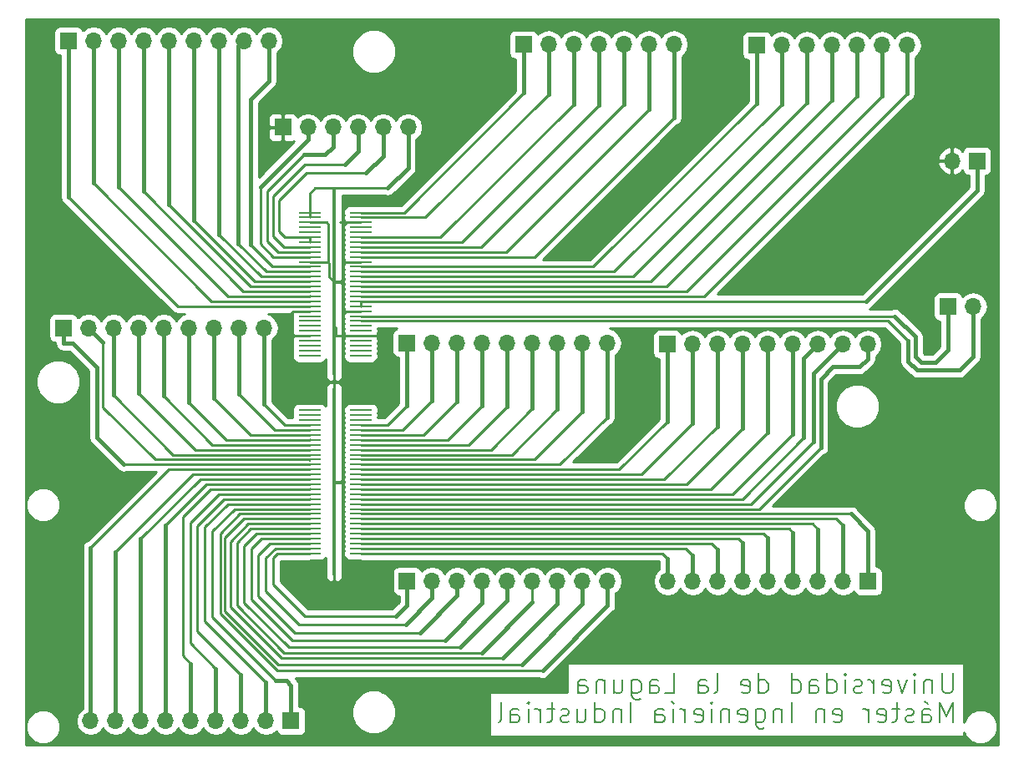
<source format=gbr>
G04 #@! TF.FileFunction,Copper,L2,Bot,Signal*
%FSLAX46Y46*%
G04 Gerber Fmt 4.6, Leading zero omitted, Abs format (unit mm)*
G04 Created by KiCad (PCBNEW 4.0.7-e2-6376~60~ubuntu17.10.1) date Tue Mar 20 11:33:17 2018*
%MOMM*%
%LPD*%
G01*
G04 APERTURE LIST*
%ADD10C,0.020000*%
%ADD11C,0.200000*%
%ADD12R,1.700000X1.700000*%
%ADD13O,1.700000X1.700000*%
%ADD14R,2.200000X0.200000*%
%ADD15R,0.400000X19.000000*%
%ADD16C,0.250000*%
%ADD17C,0.400000*%
%ADD18C,0.300000*%
%ADD19C,0.254000*%
G04 APERTURE END LIST*
D10*
D11*
X94831843Y3105898D02*
X94831843Y5105898D01*
X94165176Y3677327D01*
X93498509Y5105898D01*
X93498509Y3105898D01*
X91688986Y3105898D02*
X91688986Y4153517D01*
X91784224Y4343993D01*
X91974700Y4439231D01*
X92355652Y4439231D01*
X92546129Y4343993D01*
X91688986Y3201136D02*
X91879462Y3105898D01*
X92355652Y3105898D01*
X92546129Y3201136D01*
X92641367Y3391612D01*
X92641367Y3582089D01*
X92546129Y3772565D01*
X92355652Y3867803D01*
X91879462Y3867803D01*
X91688986Y3963041D01*
X91974700Y5201136D02*
X92260414Y4915422D01*
X90831843Y3201136D02*
X90641366Y3105898D01*
X90260414Y3105898D01*
X90069938Y3201136D01*
X89974700Y3391612D01*
X89974700Y3486850D01*
X90069938Y3677327D01*
X90260414Y3772565D01*
X90546128Y3772565D01*
X90736605Y3867803D01*
X90831843Y4058279D01*
X90831843Y4153517D01*
X90736605Y4343993D01*
X90546128Y4439231D01*
X90260414Y4439231D01*
X90069938Y4343993D01*
X89403271Y4439231D02*
X88641366Y4439231D01*
X89117557Y5105898D02*
X89117557Y3391612D01*
X89022318Y3201136D01*
X88831842Y3105898D01*
X88641366Y3105898D01*
X87212795Y3201136D02*
X87403271Y3105898D01*
X87784223Y3105898D01*
X87974700Y3201136D01*
X88069938Y3391612D01*
X88069938Y4153517D01*
X87974700Y4343993D01*
X87784223Y4439231D01*
X87403271Y4439231D01*
X87212795Y4343993D01*
X87117557Y4153517D01*
X87117557Y3963041D01*
X88069938Y3772565D01*
X86260414Y3105898D02*
X86260414Y4439231D01*
X86260414Y4058279D02*
X86165175Y4248755D01*
X86069937Y4343993D01*
X85879461Y4439231D01*
X85688985Y4439231D01*
X82736604Y3201136D02*
X82927080Y3105898D01*
X83308032Y3105898D01*
X83498509Y3201136D01*
X83593747Y3391612D01*
X83593747Y4153517D01*
X83498509Y4343993D01*
X83308032Y4439231D01*
X82927080Y4439231D01*
X82736604Y4343993D01*
X82641366Y4153517D01*
X82641366Y3963041D01*
X83593747Y3772565D01*
X81784223Y4439231D02*
X81784223Y3105898D01*
X81784223Y4248755D02*
X81688984Y4343993D01*
X81498508Y4439231D01*
X81212794Y4439231D01*
X81022318Y4343993D01*
X80927080Y4153517D01*
X80927080Y3105898D01*
X78450889Y3105898D02*
X78450889Y5105898D01*
X77498508Y4439231D02*
X77498508Y3105898D01*
X77498508Y4248755D02*
X77403269Y4343993D01*
X77212793Y4439231D01*
X76927079Y4439231D01*
X76736603Y4343993D01*
X76641365Y4153517D01*
X76641365Y3105898D01*
X74831841Y4439231D02*
X74831841Y2820184D01*
X74927079Y2629708D01*
X75022317Y2534470D01*
X75212793Y2439231D01*
X75498507Y2439231D01*
X75688984Y2534470D01*
X74831841Y3201136D02*
X75022317Y3105898D01*
X75403269Y3105898D01*
X75593745Y3201136D01*
X75688984Y3296374D01*
X75784222Y3486850D01*
X75784222Y4058279D01*
X75688984Y4248755D01*
X75593745Y4343993D01*
X75403269Y4439231D01*
X75022317Y4439231D01*
X74831841Y4343993D01*
X73117555Y3201136D02*
X73308031Y3105898D01*
X73688983Y3105898D01*
X73879460Y3201136D01*
X73974698Y3391612D01*
X73974698Y4153517D01*
X73879460Y4343993D01*
X73688983Y4439231D01*
X73308031Y4439231D01*
X73117555Y4343993D01*
X73022317Y4153517D01*
X73022317Y3963041D01*
X73974698Y3772565D01*
X72165174Y4439231D02*
X72165174Y3105898D01*
X72165174Y4248755D02*
X72069935Y4343993D01*
X71879459Y4439231D01*
X71593745Y4439231D01*
X71403269Y4343993D01*
X71308031Y4153517D01*
X71308031Y3105898D01*
X70355650Y3105898D02*
X70355650Y4439231D01*
X70355650Y5105898D02*
X70450888Y5010660D01*
X70355650Y4915422D01*
X70260411Y5010660D01*
X70355650Y5105898D01*
X70355650Y4915422D01*
X68641364Y3201136D02*
X68831840Y3105898D01*
X69212792Y3105898D01*
X69403269Y3201136D01*
X69498507Y3391612D01*
X69498507Y4153517D01*
X69403269Y4343993D01*
X69212792Y4439231D01*
X68831840Y4439231D01*
X68641364Y4343993D01*
X68546126Y4153517D01*
X68546126Y3963041D01*
X69498507Y3772565D01*
X67688983Y3105898D02*
X67688983Y4439231D01*
X67688983Y4058279D02*
X67593744Y4248755D01*
X67498506Y4343993D01*
X67308030Y4439231D01*
X67117554Y4439231D01*
X66450888Y3105898D02*
X66450888Y4439231D01*
X66260411Y5201136D02*
X66546126Y4915422D01*
X64641364Y3105898D02*
X64641364Y4153517D01*
X64736602Y4343993D01*
X64927078Y4439231D01*
X65308030Y4439231D01*
X65498507Y4343993D01*
X64641364Y3201136D02*
X64831840Y3105898D01*
X65308030Y3105898D01*
X65498507Y3201136D01*
X65593745Y3391612D01*
X65593745Y3582089D01*
X65498507Y3772565D01*
X65308030Y3867803D01*
X64831840Y3867803D01*
X64641364Y3963041D01*
X62165173Y3105898D02*
X62165173Y5105898D01*
X61212792Y4439231D02*
X61212792Y3105898D01*
X61212792Y4248755D02*
X61117553Y4343993D01*
X60927077Y4439231D01*
X60641363Y4439231D01*
X60450887Y4343993D01*
X60355649Y4153517D01*
X60355649Y3105898D01*
X58546125Y3105898D02*
X58546125Y5105898D01*
X58546125Y3201136D02*
X58736601Y3105898D01*
X59117553Y3105898D01*
X59308029Y3201136D01*
X59403268Y3296374D01*
X59498506Y3486850D01*
X59498506Y4058279D01*
X59403268Y4248755D01*
X59308029Y4343993D01*
X59117553Y4439231D01*
X58736601Y4439231D01*
X58546125Y4343993D01*
X56736601Y4439231D02*
X56736601Y3105898D01*
X57593744Y4439231D02*
X57593744Y3391612D01*
X57498505Y3201136D01*
X57308029Y3105898D01*
X57022315Y3105898D01*
X56831839Y3201136D01*
X56736601Y3296374D01*
X55879458Y3201136D02*
X55688981Y3105898D01*
X55308029Y3105898D01*
X55117553Y3201136D01*
X55022315Y3391612D01*
X55022315Y3486850D01*
X55117553Y3677327D01*
X55308029Y3772565D01*
X55593743Y3772565D01*
X55784220Y3867803D01*
X55879458Y4058279D01*
X55879458Y4153517D01*
X55784220Y4343993D01*
X55593743Y4439231D01*
X55308029Y4439231D01*
X55117553Y4343993D01*
X54450886Y4439231D02*
X53688981Y4439231D01*
X54165172Y5105898D02*
X54165172Y3391612D01*
X54069933Y3201136D01*
X53879457Y3105898D01*
X53688981Y3105898D01*
X53022315Y3105898D02*
X53022315Y4439231D01*
X53022315Y4058279D02*
X52927076Y4248755D01*
X52831838Y4343993D01*
X52641362Y4439231D01*
X52450886Y4439231D01*
X51784220Y3105898D02*
X51784220Y4439231D01*
X51784220Y5105898D02*
X51879458Y5010660D01*
X51784220Y4915422D01*
X51688981Y5010660D01*
X51784220Y5105898D01*
X51784220Y4915422D01*
X49974696Y3105898D02*
X49974696Y4153517D01*
X50069934Y4343993D01*
X50260410Y4439231D01*
X50641362Y4439231D01*
X50831839Y4343993D01*
X49974696Y3201136D02*
X50165172Y3105898D01*
X50641362Y3105898D01*
X50831839Y3201136D01*
X50927077Y3391612D01*
X50927077Y3582089D01*
X50831839Y3772565D01*
X50641362Y3867803D01*
X50165172Y3867803D01*
X49974696Y3963041D01*
X48736600Y3105898D02*
X48927076Y3201136D01*
X49022315Y3391612D01*
X49022315Y5105898D01*
X94844403Y8031978D02*
X94844403Y6412930D01*
X94749164Y6222454D01*
X94653926Y6127216D01*
X94463450Y6031978D01*
X94082498Y6031978D01*
X93892022Y6127216D01*
X93796783Y6222454D01*
X93701545Y6412930D01*
X93701545Y8031978D01*
X92749165Y7365311D02*
X92749165Y6031978D01*
X92749165Y7174835D02*
X92653926Y7270073D01*
X92463450Y7365311D01*
X92177736Y7365311D01*
X91987260Y7270073D01*
X91892022Y7079597D01*
X91892022Y6031978D01*
X90939641Y6031978D02*
X90939641Y7365311D01*
X90939641Y8031978D02*
X91034879Y7936740D01*
X90939641Y7841502D01*
X90844402Y7936740D01*
X90939641Y8031978D01*
X90939641Y7841502D01*
X90177736Y7365311D02*
X89701545Y6031978D01*
X89225355Y7365311D01*
X87701545Y6127216D02*
X87892021Y6031978D01*
X88272973Y6031978D01*
X88463450Y6127216D01*
X88558688Y6317692D01*
X88558688Y7079597D01*
X88463450Y7270073D01*
X88272973Y7365311D01*
X87892021Y7365311D01*
X87701545Y7270073D01*
X87606307Y7079597D01*
X87606307Y6889121D01*
X88558688Y6698645D01*
X86749164Y6031978D02*
X86749164Y7365311D01*
X86749164Y6984359D02*
X86653925Y7174835D01*
X86558687Y7270073D01*
X86368211Y7365311D01*
X86177735Y7365311D01*
X85606307Y6127216D02*
X85415830Y6031978D01*
X85034878Y6031978D01*
X84844402Y6127216D01*
X84749164Y6317692D01*
X84749164Y6412930D01*
X84844402Y6603407D01*
X85034878Y6698645D01*
X85320592Y6698645D01*
X85511069Y6793883D01*
X85606307Y6984359D01*
X85606307Y7079597D01*
X85511069Y7270073D01*
X85320592Y7365311D01*
X85034878Y7365311D01*
X84844402Y7270073D01*
X83892021Y6031978D02*
X83892021Y7365311D01*
X83892021Y8031978D02*
X83987259Y7936740D01*
X83892021Y7841502D01*
X83796782Y7936740D01*
X83892021Y8031978D01*
X83892021Y7841502D01*
X82082497Y6031978D02*
X82082497Y8031978D01*
X82082497Y6127216D02*
X82272973Y6031978D01*
X82653925Y6031978D01*
X82844401Y6127216D01*
X82939640Y6222454D01*
X83034878Y6412930D01*
X83034878Y6984359D01*
X82939640Y7174835D01*
X82844401Y7270073D01*
X82653925Y7365311D01*
X82272973Y7365311D01*
X82082497Y7270073D01*
X80272973Y6031978D02*
X80272973Y7079597D01*
X80368211Y7270073D01*
X80558687Y7365311D01*
X80939639Y7365311D01*
X81130116Y7270073D01*
X80272973Y6127216D02*
X80463449Y6031978D01*
X80939639Y6031978D01*
X81130116Y6127216D01*
X81225354Y6317692D01*
X81225354Y6508169D01*
X81130116Y6698645D01*
X80939639Y6793883D01*
X80463449Y6793883D01*
X80272973Y6889121D01*
X78463449Y6031978D02*
X78463449Y8031978D01*
X78463449Y6127216D02*
X78653925Y6031978D01*
X79034877Y6031978D01*
X79225353Y6127216D01*
X79320592Y6222454D01*
X79415830Y6412930D01*
X79415830Y6984359D01*
X79320592Y7174835D01*
X79225353Y7270073D01*
X79034877Y7365311D01*
X78653925Y7365311D01*
X78463449Y7270073D01*
X75130115Y6031978D02*
X75130115Y8031978D01*
X75130115Y6127216D02*
X75320591Y6031978D01*
X75701543Y6031978D01*
X75892019Y6127216D01*
X75987258Y6222454D01*
X76082496Y6412930D01*
X76082496Y6984359D01*
X75987258Y7174835D01*
X75892019Y7270073D01*
X75701543Y7365311D01*
X75320591Y7365311D01*
X75130115Y7270073D01*
X73415829Y6127216D02*
X73606305Y6031978D01*
X73987257Y6031978D01*
X74177734Y6127216D01*
X74272972Y6317692D01*
X74272972Y7079597D01*
X74177734Y7270073D01*
X73987257Y7365311D01*
X73606305Y7365311D01*
X73415829Y7270073D01*
X73320591Y7079597D01*
X73320591Y6889121D01*
X74272972Y6698645D01*
X70653923Y6031978D02*
X70844399Y6127216D01*
X70939638Y6317692D01*
X70939638Y8031978D01*
X69034876Y6031978D02*
X69034876Y7079597D01*
X69130114Y7270073D01*
X69320590Y7365311D01*
X69701542Y7365311D01*
X69892019Y7270073D01*
X69034876Y6127216D02*
X69225352Y6031978D01*
X69701542Y6031978D01*
X69892019Y6127216D01*
X69987257Y6317692D01*
X69987257Y6508169D01*
X69892019Y6698645D01*
X69701542Y6793883D01*
X69225352Y6793883D01*
X69034876Y6889121D01*
X65606304Y6031978D02*
X66558685Y6031978D01*
X66558685Y8031978D01*
X64082494Y6031978D02*
X64082494Y7079597D01*
X64177732Y7270073D01*
X64368208Y7365311D01*
X64749160Y7365311D01*
X64939637Y7270073D01*
X64082494Y6127216D02*
X64272970Y6031978D01*
X64749160Y6031978D01*
X64939637Y6127216D01*
X65034875Y6317692D01*
X65034875Y6508169D01*
X64939637Y6698645D01*
X64749160Y6793883D01*
X64272970Y6793883D01*
X64082494Y6889121D01*
X62272970Y7365311D02*
X62272970Y5746264D01*
X62368208Y5555788D01*
X62463446Y5460550D01*
X62653922Y5365311D01*
X62939636Y5365311D01*
X63130113Y5460550D01*
X62272970Y6127216D02*
X62463446Y6031978D01*
X62844398Y6031978D01*
X63034874Y6127216D01*
X63130113Y6222454D01*
X63225351Y6412930D01*
X63225351Y6984359D01*
X63130113Y7174835D01*
X63034874Y7270073D01*
X62844398Y7365311D01*
X62463446Y7365311D01*
X62272970Y7270073D01*
X60463446Y7365311D02*
X60463446Y6031978D01*
X61320589Y7365311D02*
X61320589Y6317692D01*
X61225350Y6127216D01*
X61034874Y6031978D01*
X60749160Y6031978D01*
X60558684Y6127216D01*
X60463446Y6222454D01*
X59511065Y7365311D02*
X59511065Y6031978D01*
X59511065Y7174835D02*
X59415826Y7270073D01*
X59225350Y7365311D01*
X58939636Y7365311D01*
X58749160Y7270073D01*
X58653922Y7079597D01*
X58653922Y6031978D01*
X56844398Y6031978D02*
X56844398Y7079597D01*
X56939636Y7270073D01*
X57130112Y7365311D01*
X57511064Y7365311D01*
X57701541Y7270073D01*
X56844398Y6127216D02*
X57034874Y6031978D01*
X57511064Y6031978D01*
X57701541Y6127216D01*
X57796779Y6317692D01*
X57796779Y6508169D01*
X57701541Y6698645D01*
X57511064Y6793883D01*
X57034874Y6793883D01*
X56844398Y6889121D01*
D12*
X39497000Y17393920D03*
D13*
X42037000Y17393920D03*
X44577000Y17393920D03*
X47117000Y17393920D03*
X49657000Y17393920D03*
X52197000Y17393920D03*
X54737000Y17393920D03*
X57277000Y17393920D03*
X59817000Y17393920D03*
D12*
X27724100Y3202940D03*
D13*
X25184100Y3202940D03*
X22644100Y3202940D03*
X20104100Y3202940D03*
X17564100Y3202940D03*
X15024100Y3202940D03*
X12484100Y3202940D03*
X9944100Y3202940D03*
X7404100Y3202940D03*
D12*
X4655820Y43070780D03*
D13*
X7195820Y43070780D03*
X9735820Y43070780D03*
X12275820Y43070780D03*
X14815820Y43070780D03*
X17355820Y43070780D03*
X19895820Y43070780D03*
X22435820Y43070780D03*
X24975820Y43070780D03*
D12*
X5158740Y72184260D03*
D13*
X7698740Y72184260D03*
X10238740Y72184260D03*
X12778740Y72184260D03*
X15318740Y72184260D03*
X17858740Y72184260D03*
X20398740Y72184260D03*
X22938740Y72184260D03*
X25478740Y72184260D03*
D12*
X26885900Y63400940D03*
D13*
X29425900Y63400940D03*
X31965900Y63400940D03*
X34505900Y63400940D03*
X37045900Y63400940D03*
X39585900Y63400940D03*
D12*
X74930000Y71719440D03*
D13*
X77470000Y71719440D03*
X80010000Y71719440D03*
X82550000Y71719440D03*
X85090000Y71719440D03*
X87630000Y71719440D03*
X90170000Y71719440D03*
D12*
X97256600Y60010040D03*
D13*
X94716600Y60010040D03*
D12*
X94322900Y45227240D03*
D13*
X96862900Y45227240D03*
D12*
X51282600Y71808340D03*
D13*
X53822600Y71808340D03*
X56362600Y71808340D03*
X58902600Y71808340D03*
X61442600Y71808340D03*
X63982600Y71808340D03*
X66522600Y71808340D03*
D12*
X39458900Y41531540D03*
D13*
X41998900Y41531540D03*
X44538900Y41531540D03*
X47078900Y41531540D03*
X49618900Y41531540D03*
X52158900Y41531540D03*
X54698900Y41531540D03*
X57238900Y41531540D03*
X59778900Y41531540D03*
D12*
X65862200Y41417240D03*
D13*
X68402200Y41417240D03*
X70942200Y41417240D03*
X73482200Y41417240D03*
X76022200Y41417240D03*
X78562200Y41417240D03*
X81102200Y41417240D03*
X83642200Y41417240D03*
X86182200Y41417240D03*
D12*
X86210140Y17381220D03*
D13*
X83670140Y17381220D03*
X81130140Y17381220D03*
X78590140Y17381220D03*
X76050140Y17381220D03*
X73510140Y17381220D03*
X70970140Y17381220D03*
X68430140Y17381220D03*
X65890140Y17381220D03*
D14*
X29607150Y20207190D03*
X34807150Y20207190D03*
X29607150Y20707190D03*
X34807150Y20707190D03*
X29607150Y21207190D03*
X34807150Y21207190D03*
X29607150Y21707190D03*
X34807150Y21707190D03*
X29607150Y22207190D03*
X34807150Y22207190D03*
X29607150Y22707190D03*
X34807150Y22707190D03*
X29607150Y23207190D03*
X34807150Y23207190D03*
X29607150Y23707190D03*
X34807150Y23707190D03*
X29607150Y24207190D03*
X34807150Y24207190D03*
X29607150Y24707190D03*
X34807150Y24707190D03*
X29607150Y25207190D03*
X34807150Y25207190D03*
X29607150Y25707190D03*
X34807150Y25707190D03*
X29607150Y26207190D03*
X34807150Y26207190D03*
X29607150Y26707190D03*
X34807150Y26707190D03*
X29607150Y27207190D03*
X34807150Y27207190D03*
X29607150Y27707190D03*
X34807150Y27707190D03*
X29607150Y28207190D03*
X34807150Y28207190D03*
X29607150Y28707190D03*
X34807150Y28707190D03*
X29607150Y29207190D03*
X34807150Y29207190D03*
X29607150Y29707190D03*
X34807150Y29707190D03*
X29607150Y30207190D03*
X34807150Y30207190D03*
X29607150Y30707190D03*
X34807150Y30707190D03*
X29607150Y31207190D03*
X34807150Y31207190D03*
X29607150Y31707190D03*
X34807150Y31707190D03*
X29607150Y32207190D03*
X34807150Y32207190D03*
X29607150Y32707190D03*
X34807150Y32707190D03*
X29607150Y33207190D03*
X34807150Y33207190D03*
X29607150Y33707190D03*
X34807150Y33707190D03*
X29607150Y34207190D03*
X34807150Y34207190D03*
X29607150Y34707190D03*
X34807150Y34707190D03*
X29594450Y40261790D03*
X34794450Y40261790D03*
X29594450Y40761790D03*
X34794450Y40761790D03*
X29594450Y41261790D03*
X34794450Y41261790D03*
X29594450Y41761790D03*
X34794450Y41761790D03*
X29594450Y42261790D03*
X34794450Y42261790D03*
X29594450Y42761790D03*
X34794450Y42761790D03*
X29594450Y43261790D03*
X34794450Y43261790D03*
X29594450Y43761790D03*
X34794450Y43761790D03*
X29594450Y44261790D03*
X34794450Y44261790D03*
X29594450Y44761790D03*
X34794450Y44761790D03*
X29594450Y45261790D03*
X34794450Y45261790D03*
X29594450Y45761790D03*
X34794450Y45761790D03*
X29594450Y46261790D03*
X34794450Y46261790D03*
X29594450Y46761790D03*
X34794450Y46761790D03*
X29594450Y47261790D03*
X34794450Y47261790D03*
X29594450Y47761790D03*
X34794450Y47761790D03*
X29594450Y48261790D03*
X34794450Y48261790D03*
X29594450Y48761790D03*
X34794450Y48761790D03*
X29594450Y49261790D03*
X34794450Y49261790D03*
X29594450Y49761790D03*
X34794450Y49761790D03*
X29594450Y50261790D03*
X34794450Y50261790D03*
X29594450Y50761790D03*
X34794450Y50761790D03*
X29594450Y51261790D03*
X34794450Y51261790D03*
X29594450Y51761790D03*
X34794450Y51761790D03*
X29594450Y52261790D03*
X34794450Y52261790D03*
X29594450Y52761790D03*
X34794450Y52761790D03*
X29594450Y53261790D03*
X34794450Y53261790D03*
X29594450Y53761790D03*
X34794450Y53761790D03*
X29594450Y54261790D03*
X34794450Y54261790D03*
X29594450Y54761790D03*
X34794450Y54761790D03*
D15*
X32086500Y27432440D03*
X32099200Y47739740D03*
D16*
X34807150Y24207190D02*
X84494650Y24207190D01*
D17*
X86210140Y22491700D02*
X86210140Y17381220D01*
X84494650Y24207190D02*
X86210140Y22491700D01*
D16*
X34807150Y23707190D02*
X83003290Y23707190D01*
D17*
X83670140Y23040340D02*
X83670140Y17381220D01*
D16*
X83003290Y23707190D02*
X83670140Y23040340D01*
X34807150Y23207190D02*
X80567050Y23207190D01*
D17*
X81130140Y22644100D02*
X81130140Y17381220D01*
D16*
X80567050Y23207190D02*
X81130140Y22644100D01*
X34807150Y22707190D02*
X78194310Y22707190D01*
D17*
X78590140Y22311360D02*
X78590140Y17381220D01*
D16*
X78194310Y22707190D02*
X78590140Y22311360D01*
X34807150Y22207190D02*
X75623450Y22207190D01*
D17*
X76050140Y21780500D02*
X76050140Y17381220D01*
D16*
X75623450Y22207190D02*
X76050140Y21780500D01*
X34807150Y21707190D02*
X73075450Y21707190D01*
D17*
X73510140Y21272500D02*
X73510140Y17381220D01*
D16*
X73075450Y21707190D02*
X73510140Y21272500D01*
X34807150Y21207190D02*
X70385210Y21207190D01*
D17*
X70970140Y20622260D02*
X70970140Y17381220D01*
D16*
X70385210Y21207190D02*
X70970140Y20622260D01*
X34807150Y20707190D02*
X67755930Y20707190D01*
D17*
X68430140Y20032980D02*
X68430140Y17381220D01*
D16*
X67755930Y20707190D02*
X68430140Y20032980D01*
X34807150Y20207190D02*
X65370490Y20207190D01*
D17*
X65890140Y19687540D02*
X65890140Y17381220D01*
D16*
X65370490Y20207190D02*
X65890140Y19687540D01*
X34807150Y28207190D02*
X63243950Y28207190D01*
D17*
X68402200Y33365440D02*
X68402200Y41417240D01*
D16*
X63243950Y28207190D02*
X68402200Y33365440D01*
X34807150Y27707190D02*
X65563350Y27707190D01*
D17*
X70942200Y33086040D02*
X70942200Y41417240D01*
D16*
X65563350Y27707190D02*
X70942200Y33086040D01*
X34807150Y27207190D02*
X67844650Y27207190D01*
D17*
X73482200Y32844740D02*
X73482200Y41417240D01*
D16*
X67844650Y27207190D02*
X73482200Y32844740D01*
X34807150Y26707190D02*
X70278350Y26707190D01*
D17*
X76022200Y32451040D02*
X76022200Y41417240D01*
D16*
X70278350Y26707190D02*
X76022200Y32451040D01*
X34807150Y26207190D02*
X72483450Y26207190D01*
D17*
X78562200Y32285940D02*
X78562200Y41417240D01*
D16*
X72483450Y26207190D02*
X78562200Y32285940D01*
X34807150Y25707190D02*
X73469350Y25707190D01*
D17*
X79692500Y40007540D02*
X81102200Y41417240D01*
X79692500Y31930340D02*
X79692500Y40007540D01*
D16*
X73469350Y25707190D02*
X79692500Y31930340D01*
X34807150Y25207190D02*
X74340950Y25207190D01*
D17*
X80683100Y38458140D02*
X83642200Y41417240D01*
X80683100Y31549340D02*
X80683100Y38458140D01*
D16*
X74340950Y25207190D02*
X80683100Y31549340D01*
D17*
X86182200Y41417240D02*
X86182200Y39913560D01*
D16*
X75176990Y24707190D02*
X34807150Y24707190D01*
X81414620Y30944820D02*
X75176990Y24707190D01*
D17*
X81414620Y37904420D02*
X81414620Y30944820D01*
X82618580Y39108380D02*
X81414620Y37904420D01*
X85377020Y39108380D02*
X82618580Y39108380D01*
X86182200Y39913560D02*
X85377020Y39108380D01*
D16*
X34807150Y33207190D02*
X37469310Y33207190D01*
D17*
X39458900Y35196780D02*
X39458900Y41531540D01*
D16*
X37469310Y33207190D02*
X39458900Y35196780D01*
X34807150Y32707190D02*
X39021630Y32707190D01*
D17*
X41998900Y35684460D02*
X41998900Y41531540D01*
D16*
X39021630Y32707190D02*
X41998900Y35684460D01*
X34807150Y32207190D02*
X41183550Y32207190D01*
D17*
X44538900Y35562540D02*
X44538900Y41531540D01*
D16*
X41183550Y32207190D02*
X44538900Y35562540D01*
X34807150Y31707190D02*
X43609630Y31707190D01*
D17*
X47078900Y35176460D02*
X47078900Y41531540D01*
D16*
X43609630Y31707190D02*
X47078900Y35176460D01*
X34807150Y31207190D02*
X45730910Y31207190D01*
D17*
X49618900Y35095180D02*
X49618900Y41531540D01*
D16*
X45730910Y31207190D02*
X49618900Y35095180D01*
X34807150Y30707190D02*
X47994430Y30707190D01*
D17*
X52158900Y34871660D02*
X52158900Y41531540D01*
D16*
X47994430Y30707190D02*
X52158900Y34871660D01*
X34807150Y30207190D02*
X50115710Y30207190D01*
D17*
X54698900Y34790380D02*
X54698900Y41531540D01*
D16*
X50115710Y30207190D02*
X54698900Y34790380D01*
X34807150Y29707190D02*
X52399550Y29707190D01*
D17*
X57238900Y34546540D02*
X57238900Y41531540D01*
D16*
X52399550Y29707190D02*
X57238900Y34546540D01*
X34807150Y29207190D02*
X54967870Y29207190D01*
D17*
X59778900Y34018220D02*
X59778900Y41531540D01*
D16*
X54967870Y29207190D02*
X59778900Y34018220D01*
X34794450Y54261790D02*
X41330650Y54261790D01*
D17*
X53822600Y66753740D02*
X53822600Y71808340D01*
D16*
X41330650Y54261790D02*
X53822600Y66753740D01*
X34794450Y52261790D02*
X42873950Y52261790D01*
D17*
X56362600Y65750440D02*
X56362600Y71808340D01*
D16*
X42873950Y52261790D02*
X56362600Y65750440D01*
X34794450Y51761790D02*
X45002850Y51761790D01*
D17*
X58902600Y65661540D02*
X58902600Y71808340D01*
D16*
X45002850Y51761790D02*
X58902600Y65661540D01*
X34794450Y51261790D02*
X47017450Y51261790D01*
D17*
X61442600Y65686940D02*
X61442600Y71808340D01*
D16*
X47017450Y51261790D02*
X61442600Y65686940D01*
X34794450Y50761790D02*
X49562910Y50761790D01*
D17*
X63982600Y65181480D02*
X63982600Y71808340D01*
D16*
X49562910Y50761790D02*
X63982600Y65181480D01*
X34794450Y50261790D02*
X52415710Y50261790D01*
D17*
X66522600Y64368680D02*
X66522600Y71808340D01*
D16*
X52415710Y50261790D02*
X66522600Y64368680D01*
X34794450Y44261790D02*
X88925650Y44261790D01*
D17*
X94322900Y40871140D02*
X94322900Y45227240D01*
X93030040Y39578280D02*
X94322900Y40871140D01*
X91577160Y39578280D02*
X93030040Y39578280D01*
X91025980Y40129460D02*
X91577160Y39578280D01*
X91025980Y42161460D02*
X91025980Y40129460D01*
X88925650Y44261790D02*
X91025980Y42161460D01*
D16*
X34794450Y43761790D02*
X88203910Y43761790D01*
D17*
X96862900Y40142160D02*
X96862900Y45227240D01*
X95488760Y38768020D02*
X96862900Y40142160D01*
X91158060Y38768020D02*
X95488760Y38768020D01*
X90236040Y39690040D02*
X91158060Y38768020D01*
X90236040Y41729660D02*
X90236040Y39690040D01*
D16*
X88203910Y43761790D02*
X90236040Y41729660D01*
X34794450Y45761790D02*
X86025870Y45761790D01*
D17*
X97256600Y56992520D02*
X97256600Y60010040D01*
X86025870Y45761790D02*
X97256600Y56992520D01*
D16*
X34794450Y45261790D02*
X34794450Y45761790D01*
X34807150Y28707190D02*
X61000750Y28707190D01*
D17*
X65862200Y33568640D02*
X65862200Y41417240D01*
D16*
X61000750Y28707190D02*
X65862200Y33568640D01*
X34794450Y49261790D02*
X58344830Y49261790D01*
D17*
X74930000Y65846960D02*
X74930000Y71719440D01*
D16*
X58344830Y49261790D02*
X74930000Y65846960D01*
X34794450Y48761790D02*
X60481350Y48761790D01*
D17*
X77470000Y65750440D02*
X77470000Y71719440D01*
D16*
X60481350Y48761790D02*
X77470000Y65750440D01*
X34794450Y48261790D02*
X62381650Y48261790D01*
D17*
X80010000Y65890140D02*
X80010000Y71719440D01*
D16*
X62381650Y48261790D02*
X80010000Y65890140D01*
X34794450Y47761790D02*
X64193050Y47761790D01*
D17*
X82550000Y66118740D02*
X82550000Y71719440D01*
D16*
X64193050Y47761790D02*
X82550000Y66118740D01*
X34794450Y47261790D02*
X65763150Y47261790D01*
D17*
X85090000Y66588640D02*
X85090000Y71719440D01*
D16*
X65763150Y47261790D02*
X85090000Y66588640D01*
X34794450Y46761790D02*
X67803150Y46761790D01*
D17*
X87630000Y66588640D02*
X87630000Y71719440D01*
D16*
X67803150Y46761790D02*
X87630000Y66588640D01*
X34794450Y46261790D02*
X69584070Y46261790D01*
D17*
X90170000Y66847720D02*
X90170000Y71719440D01*
D16*
X69584070Y46261790D02*
X90170000Y66847720D01*
X29594450Y50261790D02*
X25935670Y50261790D01*
D17*
X29425900Y62196980D02*
X29425900Y63400940D01*
X24604980Y57376060D02*
X29425900Y62196980D01*
D16*
X24604980Y51592480D02*
X24604980Y57376060D01*
X25935670Y50261790D02*
X24604980Y51592480D01*
X29594450Y50761790D02*
X26413570Y50761790D01*
D17*
X31965900Y61412120D02*
X31965900Y63400940D01*
X31170880Y60617100D02*
X31965900Y61412120D01*
X29047440Y60617100D02*
X31170880Y60617100D01*
D16*
X25331420Y56901080D02*
X29047440Y60617100D01*
X25331420Y51843940D02*
X25331420Y56901080D01*
X26413570Y50761790D02*
X25331420Y51843940D01*
X29594450Y51261790D02*
X27003230Y51261790D01*
D17*
X34505900Y61018420D02*
X34505900Y63400940D01*
X33154620Y59667140D02*
X34505900Y61018420D01*
D16*
X29131260Y59667140D02*
X33154620Y59667140D01*
X25918160Y56454040D02*
X29131260Y59667140D01*
X25918160Y52346860D02*
X25918160Y56454040D01*
X27003230Y51261790D02*
X25918160Y52346860D01*
X29594450Y52261790D02*
X27077650Y52261790D01*
D17*
X37045900Y60485020D02*
X37045900Y63400940D01*
X35333940Y58773060D02*
X37045900Y60485020D01*
D16*
X29283660Y58773060D02*
X35333940Y58773060D01*
X26469340Y55958740D02*
X29283660Y58773060D01*
X26469340Y52870100D02*
X26469340Y55958740D01*
X27077650Y52261790D02*
X26469340Y52870100D01*
X29594450Y52261790D02*
X29594450Y51761790D01*
X29594450Y54761790D02*
X29594450Y56693710D01*
D17*
X39585900Y59281060D02*
X39585900Y63400940D01*
X37541200Y57236360D02*
X39585900Y59281060D01*
D16*
X30137100Y57236360D02*
X37541200Y57236360D01*
X29594450Y56693710D02*
X30137100Y57236360D01*
X29594450Y54261790D02*
X29594450Y54761790D01*
X34794450Y54761790D02*
X39163650Y54761790D01*
D17*
X51282600Y66880740D02*
X51282600Y71808340D01*
D16*
X39163650Y54761790D02*
X51282600Y66880740D01*
X29594450Y53761790D02*
X31287570Y53761790D01*
X31508700Y49766220D02*
X31513130Y49761790D01*
X31508700Y53540660D02*
X31508700Y49766220D01*
X31287570Y53761790D02*
X31508700Y53540660D01*
X34794450Y53761790D02*
X33388450Y53761790D01*
X33388450Y53761790D02*
X33040320Y53413660D01*
X34794450Y49761790D02*
X33072690Y49761790D01*
X33072690Y49761790D02*
X33042860Y49791620D01*
X29594450Y49761790D02*
X31513130Y49761790D01*
X31513130Y49761790D02*
X31610300Y49664620D01*
X31610300Y49664620D02*
X31610300Y48228640D01*
X31610300Y48228640D02*
X32099200Y47739740D01*
X34794450Y44761790D02*
X33301310Y44761790D01*
X33301310Y44761790D02*
X33027620Y44488100D01*
X34794450Y42261790D02*
X36988750Y42261790D01*
X36988750Y42261790D02*
X37050980Y42324020D01*
X29594450Y42261790D02*
X27280870Y42261790D01*
X27280870Y42261790D02*
X27266900Y42247820D01*
X29594450Y44761790D02*
X27967310Y44761790D01*
X27404060Y44198540D02*
X27404060Y44183300D01*
X27967310Y44761790D02*
X27404060Y44198540D01*
X34794450Y53761790D02*
X32745530Y53761790D01*
X32745530Y53761790D02*
X32722820Y53784500D01*
X32260540Y42261790D02*
X32260540Y43136820D01*
X32260540Y43136820D02*
X32280860Y43157140D01*
X32260540Y42261790D02*
X32983170Y42261790D01*
X32983170Y42261790D02*
X34794450Y42261790D01*
D17*
X5158740Y72184260D02*
X5158740Y56342280D01*
D16*
X16239230Y45261790D02*
X29594450Y45261790D01*
D18*
X5158740Y56342280D02*
X16239230Y45261790D01*
D16*
X29594450Y45761790D02*
X19678770Y45761790D01*
D17*
X7698740Y57741820D02*
X7698740Y72184260D01*
D16*
X19678770Y45761790D02*
X7698740Y57741820D01*
D17*
X10238740Y72184260D02*
X10238740Y57325260D01*
D16*
X21302210Y46261790D02*
X29594450Y46261790D01*
X10238740Y57325260D02*
X21302210Y46261790D01*
X29594450Y46311788D02*
X29594450Y46261790D01*
X29594450Y46761790D02*
X22900250Y46761790D01*
D17*
X12778740Y56883300D02*
X12778740Y72184260D01*
D16*
X22900250Y46761790D02*
X12778740Y56883300D01*
D17*
X15318740Y72184260D02*
X15318740Y55587900D01*
D16*
X23594852Y47311788D02*
X29594450Y47311788D01*
X15318740Y55587900D02*
X23594852Y47311788D01*
X29594450Y47311788D02*
X29594450Y47261790D01*
X29594450Y47761790D02*
X24046550Y47761790D01*
D17*
X17858740Y53949600D02*
X17858740Y72184260D01*
D16*
X24046550Y47761790D02*
X17858740Y53949600D01*
X29594450Y48261790D02*
X24689550Y48261790D01*
D17*
X20398740Y52552600D02*
X20398740Y72184260D01*
D16*
X24689550Y48261790D02*
X20398740Y52552600D01*
X29594450Y48761790D02*
X25233490Y48761790D01*
D17*
X22369780Y51625500D02*
X22369780Y71615300D01*
D16*
X25233490Y48761790D02*
X22369780Y51625500D01*
X22369780Y71615300D02*
X22938740Y72184260D01*
X29594450Y49261790D02*
X25861250Y49261790D01*
D17*
X25478740Y68112640D02*
X25478740Y72184260D01*
X23599140Y66233040D02*
X25478740Y68112640D01*
X23599140Y51523900D02*
X23599140Y66233040D01*
D16*
X25861250Y49261790D02*
X23599140Y51523900D01*
X29607150Y29207190D02*
X10780030Y29207190D01*
D17*
X4655820Y41562020D02*
X4655820Y43070780D01*
D16*
X4627880Y41534080D02*
X4655820Y41562020D01*
D17*
X5605780Y41534080D02*
X4627880Y41534080D01*
X8064500Y39075360D02*
X5605780Y41534080D01*
X8064500Y31922720D02*
X8064500Y39075360D01*
X10780030Y29207190D02*
X8064500Y31922720D01*
D16*
X29607150Y29707190D02*
X13940170Y29707190D01*
D17*
X8651240Y41615360D02*
X7195820Y43070780D01*
D16*
X8651240Y34996120D02*
X8651240Y41615360D01*
X13940170Y29707190D02*
X8651240Y34996120D01*
X29550360Y29657192D02*
X29607150Y29707190D01*
X29607150Y30207190D02*
X15787130Y30207190D01*
D17*
X9735820Y36258500D02*
X9735820Y43070780D01*
D16*
X15787130Y30207190D02*
X9735820Y36258500D01*
X29607150Y30707190D02*
X17997310Y30707190D01*
D17*
X12275820Y36428680D02*
X12275820Y43070780D01*
D16*
X17997310Y30707190D02*
X12275820Y36428680D01*
D17*
X14815820Y43070780D02*
X14815820Y36151820D01*
D16*
X19760450Y31207190D02*
X29607150Y31207190D01*
X14815820Y36151820D02*
X19760450Y31207190D01*
X14815820Y43070780D02*
X15143480Y43070780D01*
X29607150Y31707190D02*
X21175610Y31707190D01*
D17*
X17355820Y35526980D02*
X17355820Y43070780D01*
D16*
X21175610Y31707190D02*
X17355820Y35526980D01*
X29607150Y31757188D02*
X29607150Y31707190D01*
X29607150Y32207190D02*
X23581370Y32207190D01*
D17*
X19895820Y35892740D02*
X19895820Y43070780D01*
D16*
X23581370Y32207190D02*
X19895820Y35892740D01*
D17*
X22435820Y43070780D02*
X22435820Y36339780D01*
D16*
X26068410Y32707190D02*
X29607150Y32707190D01*
X22435820Y36339780D02*
X26068410Y32707190D01*
X22435820Y43070780D02*
X22435820Y42298620D01*
X29607150Y33207190D02*
X27133050Y33207190D01*
D17*
X24975820Y35364420D02*
X24975820Y43070780D01*
D16*
X27133050Y33207190D02*
X24975820Y35364420D01*
X29607150Y24707190D02*
X22027490Y24707190D01*
D17*
X27724100Y6830060D02*
X27724100Y3202940D01*
X27241500Y7312660D02*
X27724100Y6830060D01*
X26184860Y7312660D02*
X27241500Y7312660D01*
D16*
X19763740Y13733780D02*
X26184860Y7312660D01*
X19763740Y22443440D02*
X19763740Y13733780D01*
X22027490Y24707190D02*
X19763740Y22443440D01*
X29607150Y25207190D02*
X21300670Y25207190D01*
D17*
X25184100Y7114540D02*
X25184100Y3202940D01*
D16*
X18971260Y13327380D02*
X25184100Y7114540D01*
X18971260Y22877780D02*
X18971260Y13327380D01*
X21300670Y25207190D02*
X18971260Y22877780D01*
X29607150Y25157192D02*
X29607150Y25207190D01*
X29607150Y25707190D02*
X20947230Y25707190D01*
D17*
X22644100Y7927340D02*
X22644100Y3202940D01*
D16*
X18239740Y12331700D02*
X22644100Y7927340D01*
X18239740Y22999700D02*
X18239740Y12331700D01*
X20947230Y25707190D02*
X18239740Y22999700D01*
X29607150Y25757188D02*
X29607150Y25707190D01*
X29607150Y26207190D02*
X20370270Y26207190D01*
D17*
X20104100Y8516620D02*
X20104100Y3202940D01*
D16*
X17487900Y11132820D02*
X20104100Y8516620D01*
X17487900Y23324820D02*
X17487900Y11132820D01*
X20370270Y26207190D02*
X17487900Y23324820D01*
X29607150Y26707190D02*
X19529150Y26707190D01*
D17*
X17564100Y9011920D02*
X17564100Y3202940D01*
D16*
X16753840Y9822180D02*
X17564100Y9011920D01*
X16753840Y23931880D02*
X16753840Y9822180D01*
X19529150Y26707190D02*
X16753840Y23931880D01*
X29607150Y26757188D02*
X29607150Y26707190D01*
X29607150Y27207190D02*
X19135070Y27207190D01*
D17*
X15024100Y23096220D02*
X15024100Y3202940D01*
D16*
X19135070Y27207190D02*
X15024100Y23096220D01*
X29607150Y27707190D02*
X18517470Y27707190D01*
D17*
X12484100Y21673820D02*
X12484100Y3202940D01*
D16*
X18517470Y27707190D02*
X12484100Y21673820D01*
X29607150Y28207190D02*
X17788110Y28207190D01*
D17*
X9944100Y20363180D02*
X9944100Y3202940D01*
D16*
X17788110Y28207190D02*
X9944100Y20363180D01*
X10073150Y3331990D02*
X9944100Y3202940D01*
X29607150Y28707190D02*
X15356950Y28707190D01*
D17*
X7404100Y20754340D02*
X7404100Y3202940D01*
D16*
X15356950Y28707190D02*
X7404100Y20754340D01*
X29607150Y20207190D02*
X26356530Y20207190D01*
D17*
X39497000Y14963140D02*
X39497000Y17393920D01*
X38351460Y13817600D02*
X39497000Y14963140D01*
D16*
X29159200Y13817600D02*
X38351460Y13817600D01*
X25890220Y17086580D02*
X29159200Y13817600D01*
X25890220Y19740880D02*
X25890220Y17086580D01*
X26356530Y20207190D02*
X25890220Y19740880D01*
X29607150Y20707190D02*
X26158030Y20707190D01*
D17*
X42037000Y15659100D02*
X42037000Y17393920D01*
X39329360Y12951460D02*
X42037000Y15659100D01*
D16*
X28572460Y12951460D02*
X39329360Y12951460D01*
X25163780Y16360140D02*
X28572460Y12951460D01*
X25163780Y19712940D02*
X25163780Y16360140D01*
X26158030Y20707190D02*
X25163780Y19712940D01*
X29607150Y21207190D02*
X25568370Y21207190D01*
D17*
X44577000Y15935960D02*
X44577000Y17393920D01*
X40810180Y12169140D02*
X44577000Y15935960D01*
D16*
X28097480Y12169140D02*
X40810180Y12169140D01*
X24381460Y15885160D02*
X28097480Y12169140D01*
X24381460Y20020280D02*
X24381460Y15885160D01*
X25568370Y21207190D02*
X24381460Y20020280D01*
X29607150Y21707190D02*
X24699310Y21707190D01*
D17*
X47117000Y15151100D02*
X47117000Y17393920D01*
X43352720Y11386820D02*
X47117000Y15151100D01*
D16*
X27818080Y11386820D02*
X43352720Y11386820D01*
X23710900Y15494000D02*
X27818080Y11386820D01*
X23710900Y20718780D02*
X23710900Y15494000D01*
X24699310Y21707190D02*
X23710900Y20718780D01*
X29607150Y22207190D02*
X24221410Y22207190D01*
D17*
X49657000Y15455900D02*
X49657000Y17393920D01*
X44889420Y10688320D02*
X49657000Y15455900D01*
D16*
X27510740Y10688320D02*
X44889420Y10688320D01*
X22984460Y15214600D02*
X27510740Y10688320D01*
X22984460Y20970240D02*
X22984460Y15214600D01*
X24221410Y22207190D02*
X22984460Y20970240D01*
X29607150Y22707190D02*
X23659690Y22707190D01*
X52197000Y15240000D02*
X52197000Y17393920D01*
D17*
X47086520Y10129520D02*
X52197000Y15240000D01*
D16*
X27035760Y10129520D02*
X47086520Y10129520D01*
X22230080Y14935200D02*
X27035760Y10129520D01*
X22230080Y21277580D02*
X22230080Y14935200D01*
X23659690Y22707190D02*
X22230080Y21277580D01*
X29607150Y23207190D02*
X23384990Y23207190D01*
D17*
X54737000Y15138400D02*
X54737000Y17393920D01*
X49166780Y9568180D02*
X54737000Y15138400D01*
D16*
X26733500Y9568180D02*
X49166780Y9568180D01*
X21551900Y14749780D02*
X26733500Y9568180D01*
X21551900Y21374100D02*
X21551900Y14749780D01*
X23384990Y23207190D02*
X21551900Y21374100D01*
X29607150Y23707190D02*
X22950270Y23707190D01*
D17*
X57277000Y15057120D02*
X57277000Y17393920D01*
X51158140Y8938260D02*
X57277000Y15057120D01*
D16*
X26388060Y8938260D02*
X51158140Y8938260D01*
X21003260Y14323060D02*
X26388060Y8938260D01*
X21003260Y21760180D02*
X21003260Y14323060D01*
X22950270Y23707190D02*
X21003260Y21760180D01*
X29607150Y24207190D02*
X22556190Y24207190D01*
D17*
X59817000Y14886940D02*
X59817000Y17393920D01*
X53215540Y8285480D02*
X59817000Y14886940D01*
D16*
X26349960Y8285480D02*
X53215540Y8285480D01*
X20535900Y14099540D02*
X26349960Y8285480D01*
X20535900Y22186900D02*
X20535900Y14099540D01*
X22556190Y24207190D02*
X20535900Y22186900D01*
D19*
G36*
X99401900Y815140D02*
X821900Y815140D01*
X821900Y2261541D01*
X876599Y2261541D01*
X1140181Y1623625D01*
X1627818Y1135136D01*
X2265273Y870441D01*
X2955499Y869839D01*
X3593415Y1133421D01*
X4081904Y1621058D01*
X4346599Y2258513D01*
X4347201Y2948739D01*
X4083619Y3586655D01*
X3595982Y4075144D01*
X2958527Y4339839D01*
X2268301Y4340441D01*
X1630385Y4076859D01*
X1141896Y3589222D01*
X877201Y2951767D01*
X876599Y2261541D01*
X821900Y2261541D01*
X821900Y24761541D01*
X876599Y24761541D01*
X1140181Y24123625D01*
X1627818Y23635136D01*
X2265273Y23370441D01*
X2955499Y23369839D01*
X3593415Y23633421D01*
X4081904Y24121058D01*
X4346599Y24758513D01*
X4347201Y25448739D01*
X4083619Y26086655D01*
X3595982Y26575144D01*
X2958527Y26839839D01*
X2268301Y26840441D01*
X1630385Y26576859D01*
X1141896Y26089222D01*
X877201Y25451767D01*
X876599Y24761541D01*
X821900Y24761541D01*
X821900Y37162521D01*
X1876513Y37162521D01*
X2216055Y36340768D01*
X2844221Y35711504D01*
X3665381Y35370529D01*
X4554519Y35369753D01*
X5376272Y35709295D01*
X6005536Y36337461D01*
X6346511Y37158621D01*
X6347287Y38047759D01*
X6007745Y38869512D01*
X5379579Y39498776D01*
X4558419Y39839751D01*
X3669281Y39840527D01*
X2847528Y39500985D01*
X2218264Y38872819D01*
X1877289Y38051659D01*
X1876513Y37162521D01*
X821900Y37162521D01*
X821900Y43920780D01*
X3158380Y43920780D01*
X3158380Y42220780D01*
X3202658Y41985463D01*
X3341730Y41769339D01*
X3553930Y41624349D01*
X3800888Y41574339D01*
X3792880Y41534080D01*
X3856441Y41214539D01*
X4037446Y40943646D01*
X4308339Y40762641D01*
X4627880Y40699080D01*
X5259912Y40699080D01*
X7229500Y38729492D01*
X7229500Y31922720D01*
X7293061Y31603179D01*
X7433539Y31392939D01*
X7474066Y31332286D01*
X10189596Y28616756D01*
X10460490Y28435751D01*
X10780030Y28372190D01*
X11099570Y28435751D01*
X11116690Y28447190D01*
X14022148Y28447190D01*
X7104754Y21529796D01*
X7084559Y21525779D01*
X6813666Y21344774D01*
X6632661Y21073881D01*
X6569100Y20754340D01*
X6569100Y4425781D01*
X6354046Y4282087D01*
X6032139Y3800318D01*
X5919100Y3232033D01*
X5919100Y3173847D01*
X6032139Y2605562D01*
X6354046Y2123793D01*
X6835815Y1801886D01*
X7404100Y1688847D01*
X7972385Y1801886D01*
X8454154Y2123793D01*
X8674100Y2452966D01*
X8894046Y2123793D01*
X9375815Y1801886D01*
X9944100Y1688847D01*
X10512385Y1801886D01*
X10994154Y2123793D01*
X11214100Y2452966D01*
X11434046Y2123793D01*
X11915815Y1801886D01*
X12484100Y1688847D01*
X13052385Y1801886D01*
X13534154Y2123793D01*
X13754100Y2452966D01*
X13974046Y2123793D01*
X14455815Y1801886D01*
X15024100Y1688847D01*
X15592385Y1801886D01*
X16074154Y2123793D01*
X16294100Y2452966D01*
X16514046Y2123793D01*
X16995815Y1801886D01*
X17564100Y1688847D01*
X18132385Y1801886D01*
X18614154Y2123793D01*
X18834100Y2452966D01*
X19054046Y2123793D01*
X19535815Y1801886D01*
X20104100Y1688847D01*
X20672385Y1801886D01*
X21154154Y2123793D01*
X21374100Y2452966D01*
X21594046Y2123793D01*
X22075815Y1801886D01*
X22644100Y1688847D01*
X23212385Y1801886D01*
X23694154Y2123793D01*
X23914100Y2452966D01*
X24134046Y2123793D01*
X24615815Y1801886D01*
X25184100Y1688847D01*
X25752385Y1801886D01*
X26234154Y2123793D01*
X26261950Y2165392D01*
X26270938Y2117623D01*
X26410010Y1901499D01*
X26622210Y1756509D01*
X26874100Y1705500D01*
X28574100Y1705500D01*
X28809417Y1749778D01*
X29025541Y1888850D01*
X29170531Y2101050D01*
X29221540Y2352940D01*
X29221540Y3662521D01*
X33876513Y3662521D01*
X34216055Y2840768D01*
X34844221Y2211504D01*
X35665381Y1870529D01*
X36554519Y1869753D01*
X37376272Y2209295D01*
X38005536Y2837461D01*
X38346511Y3658621D01*
X38347287Y4547759D01*
X38007745Y5369512D01*
X37379579Y5998776D01*
X37025843Y6145660D01*
X47815887Y6145660D01*
X47815887Y1675660D01*
X95943034Y1675660D01*
X95943034Y2100756D01*
X96140181Y1623625D01*
X96627818Y1135136D01*
X97265273Y870441D01*
X97955499Y869839D01*
X98593415Y1133421D01*
X99081904Y1621058D01*
X99346599Y2258513D01*
X99347201Y2948739D01*
X99083619Y3586655D01*
X98595982Y4075144D01*
X97958527Y4339839D01*
X97268301Y4340441D01*
X96630385Y4076859D01*
X96141896Y3589222D01*
X95943034Y3110310D01*
X95943034Y4601740D01*
X95955593Y4601740D01*
X95955593Y9071740D01*
X55733207Y9071740D01*
X55733207Y6145660D01*
X47815887Y6145660D01*
X37025843Y6145660D01*
X36558419Y6339751D01*
X35669281Y6340527D01*
X34847528Y6000985D01*
X34218264Y5372819D01*
X33877289Y4551659D01*
X33876513Y3662521D01*
X29221540Y3662521D01*
X29221540Y4052940D01*
X29177262Y4288257D01*
X29038190Y4504381D01*
X28825990Y4649371D01*
X28574100Y4700380D01*
X28559100Y4700380D01*
X28559100Y6830060D01*
X28495539Y7149601D01*
X28314534Y7420494D01*
X28209548Y7525480D01*
X52878880Y7525480D01*
X52896000Y7514041D01*
X53215540Y7450480D01*
X53535080Y7514041D01*
X53805974Y7695046D01*
X60407434Y14296506D01*
X60446519Y14355001D01*
X60588439Y14567399D01*
X60652000Y14886940D01*
X60652000Y16171079D01*
X60867054Y16314773D01*
X61188961Y16796542D01*
X61302000Y17364827D01*
X61302000Y17423013D01*
X61188961Y17991298D01*
X60867054Y18473067D01*
X60385285Y18794974D01*
X59817000Y18908013D01*
X59248715Y18794974D01*
X58766946Y18473067D01*
X58547000Y18143894D01*
X58327054Y18473067D01*
X57845285Y18794974D01*
X57277000Y18908013D01*
X56708715Y18794974D01*
X56226946Y18473067D01*
X56007000Y18143894D01*
X55787054Y18473067D01*
X55305285Y18794974D01*
X54737000Y18908013D01*
X54168715Y18794974D01*
X53686946Y18473067D01*
X53467000Y18143894D01*
X53247054Y18473067D01*
X52765285Y18794974D01*
X52197000Y18908013D01*
X51628715Y18794974D01*
X51146946Y18473067D01*
X50927000Y18143894D01*
X50707054Y18473067D01*
X50225285Y18794974D01*
X49657000Y18908013D01*
X49088715Y18794974D01*
X48606946Y18473067D01*
X48387000Y18143894D01*
X48167054Y18473067D01*
X47685285Y18794974D01*
X47117000Y18908013D01*
X46548715Y18794974D01*
X46066946Y18473067D01*
X45847000Y18143894D01*
X45627054Y18473067D01*
X45145285Y18794974D01*
X44577000Y18908013D01*
X44008715Y18794974D01*
X43526946Y18473067D01*
X43307000Y18143894D01*
X43087054Y18473067D01*
X42605285Y18794974D01*
X42037000Y18908013D01*
X41468715Y18794974D01*
X40986946Y18473067D01*
X40959150Y18431468D01*
X40950162Y18479237D01*
X40811090Y18695361D01*
X40598890Y18840351D01*
X40347000Y18891360D01*
X38647000Y18891360D01*
X38411683Y18847082D01*
X38195559Y18708010D01*
X38050569Y18495810D01*
X37999560Y18243920D01*
X37999560Y16543920D01*
X38043838Y16308603D01*
X38182910Y16092479D01*
X38395110Y15947489D01*
X38647000Y15896480D01*
X38662000Y15896480D01*
X38662000Y15309008D01*
X37930592Y14577600D01*
X29474002Y14577600D01*
X26650220Y17401382D01*
X26650220Y19426078D01*
X26671332Y19447190D01*
X29607150Y19447190D01*
X29670293Y19459750D01*
X30707150Y19459750D01*
X30942467Y19504028D01*
X31158591Y19643100D01*
X31251500Y19779077D01*
X31251500Y17806131D01*
X31348173Y17572742D01*
X31526801Y17394113D01*
X31760190Y17297440D01*
X31904750Y17297440D01*
X32063500Y17456190D01*
X32063500Y27409440D01*
X32109500Y27409440D01*
X32109500Y17456190D01*
X32268250Y17297440D01*
X32412810Y17297440D01*
X32646199Y17394113D01*
X32824827Y17572742D01*
X32921500Y17806131D01*
X32921500Y27250690D01*
X32762750Y27409440D01*
X32109500Y27409440D01*
X32063500Y27409440D01*
X32043500Y27409440D01*
X32043500Y27455440D01*
X32063500Y27455440D01*
X32063500Y37408690D01*
X32109500Y37408690D01*
X32109500Y27455440D01*
X32762750Y27455440D01*
X32921500Y27614190D01*
X32921500Y37058749D01*
X32824827Y37292138D01*
X32646199Y37470767D01*
X32412810Y37567440D01*
X32268250Y37567440D01*
X32109500Y37408690D01*
X32063500Y37408690D01*
X31904750Y37567440D01*
X31760190Y37567440D01*
X31526801Y37470767D01*
X31348173Y37292138D01*
X31251500Y37058749D01*
X31251500Y35133903D01*
X31171240Y35258631D01*
X30959040Y35403621D01*
X30707150Y35454630D01*
X28507150Y35454630D01*
X28271833Y35410352D01*
X28055709Y35271280D01*
X27910719Y35059080D01*
X27859710Y34807190D01*
X27859710Y34607190D01*
X27888971Y34451683D01*
X27859710Y34307190D01*
X27859710Y34107190D01*
X27886053Y33967190D01*
X27447852Y33967190D01*
X25810820Y35604222D01*
X25810820Y41847939D01*
X26025874Y41991633D01*
X26347781Y42473402D01*
X26460820Y43041687D01*
X26460820Y43099873D01*
X26347781Y43668158D01*
X26025874Y44149927D01*
X25544105Y44471834D01*
X25393506Y44501790D01*
X27873405Y44501790D01*
X27874719Y44498619D01*
X27847010Y44361790D01*
X27847010Y44161790D01*
X27876271Y44006283D01*
X27847010Y43861790D01*
X27847010Y43661790D01*
X27876271Y43506283D01*
X27847010Y43361790D01*
X27847010Y43161790D01*
X27876271Y43006283D01*
X27847010Y42861790D01*
X27847010Y42661790D01*
X27873369Y42521703D01*
X27859450Y42488099D01*
X27859450Y42443540D01*
X27917948Y42385042D01*
X27998209Y42260313D01*
X27908652Y42129242D01*
X27859450Y42080040D01*
X27859450Y42035481D01*
X27874719Y41998619D01*
X27847010Y41861790D01*
X27847010Y41661790D01*
X27876271Y41506283D01*
X27847010Y41361790D01*
X27847010Y41161790D01*
X27876271Y41006283D01*
X27847010Y40861790D01*
X27847010Y40661790D01*
X27876271Y40506283D01*
X27847010Y40361790D01*
X27847010Y40161790D01*
X27891288Y39926473D01*
X28030360Y39710349D01*
X28242560Y39565359D01*
X28494450Y39514350D01*
X30694450Y39514350D01*
X30929767Y39558628D01*
X31145891Y39697700D01*
X31264200Y39870851D01*
X31264200Y38113431D01*
X31360873Y37880042D01*
X31539501Y37701413D01*
X31772890Y37604740D01*
X31917450Y37604740D01*
X32076200Y37763490D01*
X32076200Y47716740D01*
X32122200Y47716740D01*
X32122200Y37763490D01*
X32280950Y37604740D01*
X32425510Y37604740D01*
X32658899Y37701413D01*
X32837527Y37880042D01*
X32934200Y38113431D01*
X32934200Y47557990D01*
X32775450Y47716740D01*
X32122200Y47716740D01*
X32076200Y47716740D01*
X32056200Y47716740D01*
X32056200Y47762740D01*
X32076200Y47762740D01*
X32076200Y47782740D01*
X32122200Y47782740D01*
X32122200Y47762740D01*
X32775450Y47762740D01*
X32934200Y47921490D01*
X32934200Y54861790D01*
X33047010Y54861790D01*
X33047010Y54661790D01*
X33076271Y54506283D01*
X33047010Y54361790D01*
X33047010Y54161790D01*
X33073369Y54021703D01*
X33059450Y53988099D01*
X33059450Y53943540D01*
X33117948Y53885042D01*
X33198209Y53760313D01*
X33108652Y53629242D01*
X33059450Y53580040D01*
X33059450Y53535481D01*
X33074719Y53498619D01*
X33047010Y53361790D01*
X33047010Y53161790D01*
X33076271Y53006283D01*
X33047010Y52861790D01*
X33047010Y52661790D01*
X33076271Y52506283D01*
X33047010Y52361790D01*
X33047010Y52161790D01*
X33076271Y52006283D01*
X33047010Y51861790D01*
X33047010Y51661790D01*
X33076271Y51506283D01*
X33047010Y51361790D01*
X33047010Y51161790D01*
X33076271Y51006283D01*
X33047010Y50861790D01*
X33047010Y50661790D01*
X33076271Y50506283D01*
X33047010Y50361790D01*
X33047010Y50161790D01*
X33073369Y50021703D01*
X33059450Y49988099D01*
X33059450Y49943540D01*
X33117948Y49885042D01*
X33198209Y49760313D01*
X33108652Y49629242D01*
X33059450Y49580040D01*
X33059450Y49535481D01*
X33074719Y49498619D01*
X33047010Y49361790D01*
X33047010Y49161790D01*
X33076271Y49006283D01*
X33047010Y48861790D01*
X33047010Y48661790D01*
X33076271Y48506283D01*
X33047010Y48361790D01*
X33047010Y48161790D01*
X33076271Y48006283D01*
X33047010Y47861790D01*
X33047010Y47661790D01*
X33076271Y47506283D01*
X33047010Y47361790D01*
X33047010Y47161790D01*
X33076271Y47006283D01*
X33047010Y46861790D01*
X33047010Y46661790D01*
X33076271Y46506283D01*
X33047010Y46361790D01*
X33047010Y46161790D01*
X33076271Y46006283D01*
X33047010Y45861790D01*
X33047010Y45661790D01*
X33076271Y45506283D01*
X33047010Y45361790D01*
X33047010Y45161790D01*
X33073369Y45021703D01*
X33059450Y44988099D01*
X33059450Y44943540D01*
X33117948Y44885042D01*
X33198209Y44760313D01*
X33108652Y44629242D01*
X33059450Y44580040D01*
X33059450Y44535481D01*
X33074719Y44498619D01*
X33047010Y44361790D01*
X33047010Y44161790D01*
X33076271Y44006283D01*
X33047010Y43861790D01*
X33047010Y43661790D01*
X33076271Y43506283D01*
X33047010Y43361790D01*
X33047010Y43161790D01*
X33076271Y43006283D01*
X33047010Y42861790D01*
X33047010Y42661790D01*
X33073369Y42521703D01*
X33059450Y42488099D01*
X33059450Y42443540D01*
X33117948Y42385042D01*
X33198209Y42260313D01*
X33108652Y42129242D01*
X33059450Y42080040D01*
X33059450Y42035481D01*
X33074719Y41998619D01*
X33047010Y41861790D01*
X33047010Y41661790D01*
X33076271Y41506283D01*
X33047010Y41361790D01*
X33047010Y41161790D01*
X33076271Y41006283D01*
X33047010Y40861790D01*
X33047010Y40661790D01*
X33076271Y40506283D01*
X33047010Y40361790D01*
X33047010Y40161790D01*
X33091288Y39926473D01*
X33230360Y39710349D01*
X33442560Y39565359D01*
X33694450Y39514350D01*
X35894450Y39514350D01*
X36129767Y39558628D01*
X36345891Y39697700D01*
X36490881Y39909900D01*
X36541890Y40161790D01*
X36541890Y40361790D01*
X36512629Y40517297D01*
X36541890Y40661790D01*
X36541890Y40861790D01*
X36512629Y41017297D01*
X36541890Y41161790D01*
X36541890Y41361790D01*
X36512629Y41517297D01*
X36541890Y41661790D01*
X36541890Y41861790D01*
X36515531Y42001877D01*
X36529450Y42035481D01*
X36529450Y42080040D01*
X36470952Y42138538D01*
X36390691Y42263267D01*
X36480248Y42394338D01*
X36529450Y42443540D01*
X36529450Y42488099D01*
X36514181Y42524961D01*
X36541890Y42661790D01*
X36541890Y42861790D01*
X36515547Y43001790D01*
X38464398Y43001790D01*
X38373583Y42984702D01*
X38157459Y42845630D01*
X38012469Y42633430D01*
X37961460Y42381540D01*
X37961460Y40681540D01*
X38005738Y40446223D01*
X38144810Y40230099D01*
X38357010Y40085109D01*
X38608900Y40034100D01*
X38623900Y40034100D01*
X38623900Y35436582D01*
X37154508Y33967190D01*
X36526239Y33967190D01*
X36554590Y34107190D01*
X36554590Y34307190D01*
X36525329Y34462697D01*
X36554590Y34607190D01*
X36554590Y34807190D01*
X36510312Y35042507D01*
X36371240Y35258631D01*
X36159040Y35403621D01*
X35907150Y35454630D01*
X33707150Y35454630D01*
X33471833Y35410352D01*
X33255709Y35271280D01*
X33110719Y35059080D01*
X33059710Y34807190D01*
X33059710Y34607190D01*
X33088971Y34451683D01*
X33059710Y34307190D01*
X33059710Y34107190D01*
X33088971Y33951683D01*
X33059710Y33807190D01*
X33059710Y33607190D01*
X33088971Y33451683D01*
X33059710Y33307190D01*
X33059710Y33107190D01*
X33088971Y32951683D01*
X33059710Y32807190D01*
X33059710Y32607190D01*
X33088971Y32451683D01*
X33059710Y32307190D01*
X33059710Y32107190D01*
X33088971Y31951683D01*
X33059710Y31807190D01*
X33059710Y31607190D01*
X33088971Y31451683D01*
X33059710Y31307190D01*
X33059710Y31107190D01*
X33088971Y30951683D01*
X33059710Y30807190D01*
X33059710Y30607190D01*
X33088971Y30451683D01*
X33059710Y30307190D01*
X33059710Y30107190D01*
X33088971Y29951683D01*
X33059710Y29807190D01*
X33059710Y29607190D01*
X33088971Y29451683D01*
X33059710Y29307190D01*
X33059710Y29107190D01*
X33088971Y28951683D01*
X33059710Y28807190D01*
X33059710Y28607190D01*
X33088971Y28451683D01*
X33059710Y28307190D01*
X33059710Y28107190D01*
X33088971Y27951683D01*
X33059710Y27807190D01*
X33059710Y27607190D01*
X33088971Y27451683D01*
X33059710Y27307190D01*
X33059710Y27107190D01*
X33088971Y26951683D01*
X33059710Y26807190D01*
X33059710Y26607190D01*
X33088971Y26451683D01*
X33059710Y26307190D01*
X33059710Y26107190D01*
X33088971Y25951683D01*
X33059710Y25807190D01*
X33059710Y25607190D01*
X33088971Y25451683D01*
X33059710Y25307190D01*
X33059710Y25107190D01*
X33088971Y24951683D01*
X33059710Y24807190D01*
X33059710Y24607190D01*
X33088971Y24451683D01*
X33059710Y24307190D01*
X33059710Y24107190D01*
X33088971Y23951683D01*
X33059710Y23807190D01*
X33059710Y23607190D01*
X33088971Y23451683D01*
X33059710Y23307190D01*
X33059710Y23107190D01*
X33088971Y22951683D01*
X33059710Y22807190D01*
X33059710Y22607190D01*
X33088971Y22451683D01*
X33059710Y22307190D01*
X33059710Y22107190D01*
X33088971Y21951683D01*
X33059710Y21807190D01*
X33059710Y21607190D01*
X33088971Y21451683D01*
X33059710Y21307190D01*
X33059710Y21107190D01*
X33088971Y20951683D01*
X33059710Y20807190D01*
X33059710Y20607190D01*
X33088971Y20451683D01*
X33059710Y20307190D01*
X33059710Y20107190D01*
X33103988Y19871873D01*
X33243060Y19655749D01*
X33455260Y19510759D01*
X33707150Y19459750D01*
X34744007Y19459750D01*
X34807150Y19447190D01*
X65055140Y19447190D01*
X65055140Y18604061D01*
X64840086Y18460367D01*
X64518179Y17978598D01*
X64405140Y17410313D01*
X64405140Y17352127D01*
X64518179Y16783842D01*
X64840086Y16302073D01*
X65321855Y15980166D01*
X65890140Y15867127D01*
X66458425Y15980166D01*
X66940194Y16302073D01*
X67160140Y16631246D01*
X67380086Y16302073D01*
X67861855Y15980166D01*
X68430140Y15867127D01*
X68998425Y15980166D01*
X69480194Y16302073D01*
X69700140Y16631246D01*
X69920086Y16302073D01*
X70401855Y15980166D01*
X70970140Y15867127D01*
X71538425Y15980166D01*
X72020194Y16302073D01*
X72240140Y16631246D01*
X72460086Y16302073D01*
X72941855Y15980166D01*
X73510140Y15867127D01*
X74078425Y15980166D01*
X74560194Y16302073D01*
X74780140Y16631246D01*
X75000086Y16302073D01*
X75481855Y15980166D01*
X76050140Y15867127D01*
X76618425Y15980166D01*
X77100194Y16302073D01*
X77320140Y16631246D01*
X77540086Y16302073D01*
X78021855Y15980166D01*
X78590140Y15867127D01*
X79158425Y15980166D01*
X79640194Y16302073D01*
X79860140Y16631246D01*
X80080086Y16302073D01*
X80561855Y15980166D01*
X81130140Y15867127D01*
X81698425Y15980166D01*
X82180194Y16302073D01*
X82400140Y16631246D01*
X82620086Y16302073D01*
X83101855Y15980166D01*
X83670140Y15867127D01*
X84238425Y15980166D01*
X84720194Y16302073D01*
X84747990Y16343672D01*
X84756978Y16295903D01*
X84896050Y16079779D01*
X85108250Y15934789D01*
X85360140Y15883780D01*
X87060140Y15883780D01*
X87295457Y15928058D01*
X87511581Y16067130D01*
X87656571Y16279330D01*
X87707580Y16531220D01*
X87707580Y18231220D01*
X87663302Y18466537D01*
X87524230Y18682661D01*
X87312030Y18827651D01*
X87060140Y18878660D01*
X87045140Y18878660D01*
X87045140Y22491700D01*
X86981579Y22811241D01*
X86800574Y23082134D01*
X85121167Y24761541D01*
X95876599Y24761541D01*
X96140181Y24123625D01*
X96627818Y23635136D01*
X97265273Y23370441D01*
X97955499Y23369839D01*
X98593415Y23633421D01*
X99081904Y24121058D01*
X99346599Y24758513D01*
X99347201Y25448739D01*
X99083619Y26086655D01*
X98595982Y26575144D01*
X97958527Y26839839D01*
X97268301Y26840441D01*
X96630385Y26576859D01*
X96141896Y26089222D01*
X95877201Y25451767D01*
X95876599Y24761541D01*
X85121167Y24761541D01*
X85085084Y24797624D01*
X84814190Y24978629D01*
X84494650Y25042190D01*
X84175110Y24978629D01*
X84157990Y24967190D01*
X76511792Y24967190D01*
X81713966Y30169364D01*
X81734161Y30173381D01*
X82005054Y30354386D01*
X82186059Y30625279D01*
X82249620Y30944820D01*
X82249620Y34662521D01*
X82876513Y34662521D01*
X83216055Y33840768D01*
X83844221Y33211504D01*
X84665381Y32870529D01*
X85554519Y32869753D01*
X86376272Y33209295D01*
X87005536Y33837461D01*
X87346511Y34658621D01*
X87347287Y35547759D01*
X87007745Y36369512D01*
X86379579Y36998776D01*
X85558419Y37339751D01*
X84669281Y37340527D01*
X83847528Y37000985D01*
X83218264Y36372819D01*
X82877289Y35551659D01*
X82876513Y34662521D01*
X82249620Y34662521D01*
X82249620Y37558552D01*
X82964448Y38273380D01*
X85377020Y38273380D01*
X85696561Y38336941D01*
X85967454Y38517946D01*
X86772634Y39323126D01*
X86820592Y39394900D01*
X86953639Y39594019D01*
X87017200Y39913560D01*
X87017200Y40194399D01*
X87232254Y40338093D01*
X87554161Y40819862D01*
X87667200Y41388147D01*
X87667200Y41446333D01*
X87554161Y42014618D01*
X87232254Y42496387D01*
X86750485Y42818294D01*
X86182200Y42931333D01*
X85613915Y42818294D01*
X85132146Y42496387D01*
X84912200Y42167214D01*
X84692254Y42496387D01*
X84210485Y42818294D01*
X83642200Y42931333D01*
X83073915Y42818294D01*
X82592146Y42496387D01*
X82372200Y42167214D01*
X82152254Y42496387D01*
X81670485Y42818294D01*
X81102200Y42931333D01*
X80533915Y42818294D01*
X80052146Y42496387D01*
X79832200Y42167214D01*
X79612254Y42496387D01*
X79130485Y42818294D01*
X78562200Y42931333D01*
X77993915Y42818294D01*
X77512146Y42496387D01*
X77292200Y42167214D01*
X77072254Y42496387D01*
X76590485Y42818294D01*
X76022200Y42931333D01*
X75453915Y42818294D01*
X74972146Y42496387D01*
X74752200Y42167214D01*
X74532254Y42496387D01*
X74050485Y42818294D01*
X73482200Y42931333D01*
X72913915Y42818294D01*
X72432146Y42496387D01*
X72212200Y42167214D01*
X71992254Y42496387D01*
X71510485Y42818294D01*
X70942200Y42931333D01*
X70373915Y42818294D01*
X69892146Y42496387D01*
X69672200Y42167214D01*
X69452254Y42496387D01*
X68970485Y42818294D01*
X68402200Y42931333D01*
X67833915Y42818294D01*
X67352146Y42496387D01*
X67324350Y42454788D01*
X67315362Y42502557D01*
X67176290Y42718681D01*
X66964090Y42863671D01*
X66712200Y42914680D01*
X65012200Y42914680D01*
X64776883Y42870402D01*
X64560759Y42731330D01*
X64415769Y42519130D01*
X64364760Y42267240D01*
X64364760Y40567240D01*
X64409038Y40331923D01*
X64548110Y40115799D01*
X64760310Y39970809D01*
X65012200Y39919800D01*
X65027200Y39919800D01*
X65027200Y33808442D01*
X60685948Y29467190D01*
X56302672Y29467190D01*
X60078246Y33242764D01*
X60098441Y33246781D01*
X60369334Y33427786D01*
X60550339Y33698679D01*
X60613900Y34018220D01*
X60613900Y40308699D01*
X60828954Y40452393D01*
X61150861Y40934162D01*
X61263900Y41502447D01*
X61263900Y41560633D01*
X61150861Y42128918D01*
X60828954Y42610687D01*
X60347185Y42932594D01*
X59999313Y43001790D01*
X87889108Y43001790D01*
X89401040Y41489858D01*
X89401040Y39690040D01*
X89464601Y39370499D01*
X89472939Y39358021D01*
X89645606Y39099606D01*
X90567626Y38177586D01*
X90838519Y37996581D01*
X91158060Y37933020D01*
X95488760Y37933020D01*
X95808301Y37996581D01*
X96079194Y38177586D01*
X97453334Y39551726D01*
X97481594Y39594020D01*
X97634339Y39822619D01*
X97697900Y40142160D01*
X97697900Y44004399D01*
X97912954Y44148093D01*
X98234861Y44629862D01*
X98347900Y45198147D01*
X98347900Y45256333D01*
X98234861Y45824618D01*
X97912954Y46306387D01*
X97431185Y46628294D01*
X96862900Y46741333D01*
X96294615Y46628294D01*
X95812846Y46306387D01*
X95785050Y46264788D01*
X95776062Y46312557D01*
X95636990Y46528681D01*
X95424790Y46673671D01*
X95172900Y46724680D01*
X93472900Y46724680D01*
X93237583Y46680402D01*
X93021459Y46541330D01*
X92876469Y46329130D01*
X92825460Y46077240D01*
X92825460Y44377240D01*
X92869738Y44141923D01*
X93008810Y43925799D01*
X93221010Y43780809D01*
X93472900Y43729800D01*
X93487900Y43729800D01*
X93487900Y41217008D01*
X92684172Y40413280D01*
X91923028Y40413280D01*
X91860980Y40475328D01*
X91860980Y42161460D01*
X91797419Y42481001D01*
X91616414Y42751894D01*
X89516084Y44852224D01*
X89245190Y45033229D01*
X88925650Y45096790D01*
X88606110Y45033229D01*
X88588990Y45021790D01*
X86392462Y45021790D01*
X86616304Y45171356D01*
X97847034Y56402086D01*
X98028040Y56672980D01*
X98091600Y56992520D01*
X98091600Y58512600D01*
X98106600Y58512600D01*
X98341917Y58556878D01*
X98558041Y58695950D01*
X98703031Y58908150D01*
X98754040Y59160040D01*
X98754040Y60860040D01*
X98709762Y61095357D01*
X98570690Y61311481D01*
X98358490Y61456471D01*
X98106600Y61507480D01*
X96406600Y61507480D01*
X96171283Y61463202D01*
X95955159Y61324130D01*
X95810169Y61111930D01*
X95787084Y60997931D01*
X95570750Y61224807D01*
X95040860Y61459207D01*
X94971594Y61472983D01*
X94739600Y61336091D01*
X94739600Y60033040D01*
X94759600Y60033040D01*
X94759600Y59987040D01*
X94739600Y59987040D01*
X94739600Y58683989D01*
X94971594Y58547097D01*
X95040860Y58560873D01*
X95570750Y58795273D01*
X95785432Y59020417D01*
X95803438Y58924723D01*
X95942510Y58708599D01*
X96154710Y58563609D01*
X96406600Y58512600D01*
X96421600Y58512600D01*
X96421600Y57338388D01*
X85605002Y46521790D01*
X70918872Y46521790D01*
X84152128Y59755046D01*
X93253655Y59755046D01*
X93462597Y59214611D01*
X93862450Y58795273D01*
X94392340Y58560873D01*
X94461606Y58547097D01*
X94693600Y58683989D01*
X94693600Y59987040D01*
X93390526Y59987040D01*
X93253655Y59755046D01*
X84152128Y59755046D01*
X84662116Y60265034D01*
X93253655Y60265034D01*
X93390526Y60033040D01*
X94693600Y60033040D01*
X94693600Y61336091D01*
X94461606Y61472983D01*
X94392340Y61459207D01*
X93862450Y61224807D01*
X93462597Y60805469D01*
X93253655Y60265034D01*
X84662116Y60265034D01*
X90469346Y66072264D01*
X90489541Y66076281D01*
X90760434Y66257286D01*
X90941439Y66528179D01*
X91005000Y66847720D01*
X91005000Y70496599D01*
X91220054Y70640293D01*
X91541961Y71122062D01*
X91655000Y71690347D01*
X91655000Y71748533D01*
X91541961Y72316818D01*
X91220054Y72798587D01*
X90738285Y73120494D01*
X90170000Y73233533D01*
X89601715Y73120494D01*
X89119946Y72798587D01*
X88900000Y72469414D01*
X88680054Y72798587D01*
X88198285Y73120494D01*
X87630000Y73233533D01*
X87061715Y73120494D01*
X86579946Y72798587D01*
X86360000Y72469414D01*
X86140054Y72798587D01*
X85658285Y73120494D01*
X85090000Y73233533D01*
X84521715Y73120494D01*
X84039946Y72798587D01*
X83820000Y72469414D01*
X83600054Y72798587D01*
X83118285Y73120494D01*
X82550000Y73233533D01*
X81981715Y73120494D01*
X81499946Y72798587D01*
X81280000Y72469414D01*
X81060054Y72798587D01*
X80578285Y73120494D01*
X80010000Y73233533D01*
X79441715Y73120494D01*
X78959946Y72798587D01*
X78740000Y72469414D01*
X78520054Y72798587D01*
X78038285Y73120494D01*
X77470000Y73233533D01*
X76901715Y73120494D01*
X76419946Y72798587D01*
X76392150Y72756988D01*
X76383162Y72804757D01*
X76244090Y73020881D01*
X76031890Y73165871D01*
X75780000Y73216880D01*
X74080000Y73216880D01*
X73844683Y73172602D01*
X73628559Y73033530D01*
X73483569Y72821330D01*
X73432560Y72569440D01*
X73432560Y70869440D01*
X73476838Y70634123D01*
X73615910Y70417999D01*
X73828110Y70273009D01*
X74080000Y70222000D01*
X74095000Y70222000D01*
X74095000Y66086762D01*
X58030028Y50021790D01*
X53250512Y50021790D01*
X66821946Y63593224D01*
X66842141Y63597241D01*
X67113034Y63778246D01*
X67294039Y64049139D01*
X67357600Y64368680D01*
X67357600Y70585499D01*
X67572654Y70729193D01*
X67894561Y71210962D01*
X68007600Y71779247D01*
X68007600Y71837433D01*
X67894561Y72405718D01*
X67572654Y72887487D01*
X67090885Y73209394D01*
X66522600Y73322433D01*
X65954315Y73209394D01*
X65472546Y72887487D01*
X65252600Y72558314D01*
X65032654Y72887487D01*
X64550885Y73209394D01*
X63982600Y73322433D01*
X63414315Y73209394D01*
X62932546Y72887487D01*
X62712600Y72558314D01*
X62492654Y72887487D01*
X62010885Y73209394D01*
X61442600Y73322433D01*
X60874315Y73209394D01*
X60392546Y72887487D01*
X60172600Y72558314D01*
X59952654Y72887487D01*
X59470885Y73209394D01*
X58902600Y73322433D01*
X58334315Y73209394D01*
X57852546Y72887487D01*
X57632600Y72558314D01*
X57412654Y72887487D01*
X56930885Y73209394D01*
X56362600Y73322433D01*
X55794315Y73209394D01*
X55312546Y72887487D01*
X55092600Y72558314D01*
X54872654Y72887487D01*
X54390885Y73209394D01*
X53822600Y73322433D01*
X53254315Y73209394D01*
X52772546Y72887487D01*
X52744750Y72845888D01*
X52735762Y72893657D01*
X52596690Y73109781D01*
X52384490Y73254771D01*
X52132600Y73305780D01*
X50432600Y73305780D01*
X50197283Y73261502D01*
X49981159Y73122430D01*
X49836169Y72910230D01*
X49785160Y72658340D01*
X49785160Y70958340D01*
X49829438Y70723023D01*
X49968510Y70506899D01*
X50180710Y70361909D01*
X50432600Y70310900D01*
X50447600Y70310900D01*
X50447600Y67120542D01*
X38848848Y55521790D01*
X34794450Y55521790D01*
X34731307Y55509230D01*
X33694450Y55509230D01*
X33459133Y55464952D01*
X33243009Y55325880D01*
X33098019Y55113680D01*
X33047010Y54861790D01*
X32934200Y54861790D01*
X32934200Y56476360D01*
X37204540Y56476360D01*
X37221660Y56464921D01*
X37541200Y56401360D01*
X37860740Y56464921D01*
X38131634Y56645926D01*
X40176334Y58690626D01*
X40188343Y58708599D01*
X40357339Y58961519D01*
X40420900Y59281060D01*
X40420900Y62178099D01*
X40635954Y62321793D01*
X40957861Y62803562D01*
X41070900Y63371847D01*
X41070900Y63430033D01*
X40957861Y63998318D01*
X40635954Y64480087D01*
X40154185Y64801994D01*
X39585900Y64915033D01*
X39017615Y64801994D01*
X38535846Y64480087D01*
X38315900Y64150914D01*
X38095954Y64480087D01*
X37614185Y64801994D01*
X37045900Y64915033D01*
X36477615Y64801994D01*
X35995846Y64480087D01*
X35775900Y64150914D01*
X35555954Y64480087D01*
X35074185Y64801994D01*
X34505900Y64915033D01*
X33937615Y64801994D01*
X33455846Y64480087D01*
X33235900Y64150914D01*
X33015954Y64480087D01*
X32534185Y64801994D01*
X31965900Y64915033D01*
X31397615Y64801994D01*
X30915846Y64480087D01*
X30695900Y64150914D01*
X30475954Y64480087D01*
X29994185Y64801994D01*
X29425900Y64915033D01*
X28857615Y64801994D01*
X28375846Y64480087D01*
X28346497Y64436163D01*
X28274227Y64610638D01*
X28095599Y64789267D01*
X27862210Y64885940D01*
X27067650Y64885940D01*
X26908900Y64727190D01*
X26908900Y63423940D01*
X26928900Y63423940D01*
X26928900Y63377940D01*
X26908900Y63377940D01*
X26908900Y62074690D01*
X27067650Y61915940D01*
X27862210Y61915940D01*
X28035963Y61987911D01*
X24434140Y58386088D01*
X24434140Y63219190D01*
X25400900Y63219190D01*
X25400900Y62424631D01*
X25497573Y62191242D01*
X25676201Y62012613D01*
X25909590Y61915940D01*
X26704150Y61915940D01*
X26862900Y62074690D01*
X26862900Y63377940D01*
X25559650Y63377940D01*
X25400900Y63219190D01*
X24434140Y63219190D01*
X24434140Y64377249D01*
X25400900Y64377249D01*
X25400900Y63582690D01*
X25559650Y63423940D01*
X26862900Y63423940D01*
X26862900Y64727190D01*
X26704150Y64885940D01*
X25909590Y64885940D01*
X25676201Y64789267D01*
X25497573Y64610638D01*
X25400900Y64377249D01*
X24434140Y64377249D01*
X24434140Y65887172D01*
X26069174Y67522206D01*
X26148375Y67640739D01*
X26250179Y67793099D01*
X26313740Y68112640D01*
X26313740Y70662521D01*
X33876513Y70662521D01*
X34216055Y69840768D01*
X34844221Y69211504D01*
X35665381Y68870529D01*
X36554519Y68869753D01*
X37376272Y69209295D01*
X38005536Y69837461D01*
X38346511Y70658621D01*
X38347287Y71547759D01*
X38007745Y72369512D01*
X37379579Y72998776D01*
X36558419Y73339751D01*
X35669281Y73340527D01*
X34847528Y73000985D01*
X34218264Y72372819D01*
X33877289Y71551659D01*
X33876513Y70662521D01*
X26313740Y70662521D01*
X26313740Y70961419D01*
X26528794Y71105113D01*
X26850701Y71586882D01*
X26963740Y72155167D01*
X26963740Y72213353D01*
X26850701Y72781638D01*
X26528794Y73263407D01*
X26047025Y73585314D01*
X25478740Y73698353D01*
X24910455Y73585314D01*
X24428686Y73263407D01*
X24208740Y72934234D01*
X23988794Y73263407D01*
X23507025Y73585314D01*
X22938740Y73698353D01*
X22370455Y73585314D01*
X21888686Y73263407D01*
X21668740Y72934234D01*
X21448794Y73263407D01*
X20967025Y73585314D01*
X20398740Y73698353D01*
X19830455Y73585314D01*
X19348686Y73263407D01*
X19128740Y72934234D01*
X18908794Y73263407D01*
X18427025Y73585314D01*
X17858740Y73698353D01*
X17290455Y73585314D01*
X16808686Y73263407D01*
X16588740Y72934234D01*
X16368794Y73263407D01*
X15887025Y73585314D01*
X15318740Y73698353D01*
X14750455Y73585314D01*
X14268686Y73263407D01*
X14048740Y72934234D01*
X13828794Y73263407D01*
X13347025Y73585314D01*
X12778740Y73698353D01*
X12210455Y73585314D01*
X11728686Y73263407D01*
X11508740Y72934234D01*
X11288794Y73263407D01*
X10807025Y73585314D01*
X10238740Y73698353D01*
X9670455Y73585314D01*
X9188686Y73263407D01*
X8968740Y72934234D01*
X8748794Y73263407D01*
X8267025Y73585314D01*
X7698740Y73698353D01*
X7130455Y73585314D01*
X6648686Y73263407D01*
X6620890Y73221808D01*
X6611902Y73269577D01*
X6472830Y73485701D01*
X6260630Y73630691D01*
X6008740Y73681700D01*
X4308740Y73681700D01*
X4073423Y73637422D01*
X3857299Y73498350D01*
X3712309Y73286150D01*
X3661300Y73034260D01*
X3661300Y71334260D01*
X3705578Y71098943D01*
X3844650Y70882819D01*
X4056850Y70737829D01*
X4308740Y70686820D01*
X4323740Y70686820D01*
X4323740Y56342280D01*
X4387301Y56022739D01*
X4568306Y55751846D01*
X4781403Y55609459D01*
X15684151Y44706711D01*
X15938823Y44536545D01*
X16239230Y44476790D01*
X16364912Y44501790D01*
X16938134Y44501790D01*
X16787535Y44471834D01*
X16305766Y44149927D01*
X16085820Y43820754D01*
X15865874Y44149927D01*
X15384105Y44471834D01*
X14815820Y44584873D01*
X14247535Y44471834D01*
X13765766Y44149927D01*
X13545820Y43820754D01*
X13325874Y44149927D01*
X12844105Y44471834D01*
X12275820Y44584873D01*
X11707535Y44471834D01*
X11225766Y44149927D01*
X11005820Y43820754D01*
X10785874Y44149927D01*
X10304105Y44471834D01*
X9735820Y44584873D01*
X9167535Y44471834D01*
X8685766Y44149927D01*
X8465820Y43820754D01*
X8245874Y44149927D01*
X7764105Y44471834D01*
X7195820Y44584873D01*
X6627535Y44471834D01*
X6145766Y44149927D01*
X6117970Y44108328D01*
X6108982Y44156097D01*
X5969910Y44372221D01*
X5757710Y44517211D01*
X5505820Y44568220D01*
X3805820Y44568220D01*
X3570503Y44523942D01*
X3354379Y44384870D01*
X3209389Y44172670D01*
X3158380Y43920780D01*
X821900Y43920780D01*
X821900Y74395140D01*
X99401900Y74395140D01*
X99401900Y815140D01*
X99401900Y815140D01*
G37*
X99401900Y815140D02*
X821900Y815140D01*
X821900Y2261541D01*
X876599Y2261541D01*
X1140181Y1623625D01*
X1627818Y1135136D01*
X2265273Y870441D01*
X2955499Y869839D01*
X3593415Y1133421D01*
X4081904Y1621058D01*
X4346599Y2258513D01*
X4347201Y2948739D01*
X4083619Y3586655D01*
X3595982Y4075144D01*
X2958527Y4339839D01*
X2268301Y4340441D01*
X1630385Y4076859D01*
X1141896Y3589222D01*
X877201Y2951767D01*
X876599Y2261541D01*
X821900Y2261541D01*
X821900Y24761541D01*
X876599Y24761541D01*
X1140181Y24123625D01*
X1627818Y23635136D01*
X2265273Y23370441D01*
X2955499Y23369839D01*
X3593415Y23633421D01*
X4081904Y24121058D01*
X4346599Y24758513D01*
X4347201Y25448739D01*
X4083619Y26086655D01*
X3595982Y26575144D01*
X2958527Y26839839D01*
X2268301Y26840441D01*
X1630385Y26576859D01*
X1141896Y26089222D01*
X877201Y25451767D01*
X876599Y24761541D01*
X821900Y24761541D01*
X821900Y37162521D01*
X1876513Y37162521D01*
X2216055Y36340768D01*
X2844221Y35711504D01*
X3665381Y35370529D01*
X4554519Y35369753D01*
X5376272Y35709295D01*
X6005536Y36337461D01*
X6346511Y37158621D01*
X6347287Y38047759D01*
X6007745Y38869512D01*
X5379579Y39498776D01*
X4558419Y39839751D01*
X3669281Y39840527D01*
X2847528Y39500985D01*
X2218264Y38872819D01*
X1877289Y38051659D01*
X1876513Y37162521D01*
X821900Y37162521D01*
X821900Y43920780D01*
X3158380Y43920780D01*
X3158380Y42220780D01*
X3202658Y41985463D01*
X3341730Y41769339D01*
X3553930Y41624349D01*
X3800888Y41574339D01*
X3792880Y41534080D01*
X3856441Y41214539D01*
X4037446Y40943646D01*
X4308339Y40762641D01*
X4627880Y40699080D01*
X5259912Y40699080D01*
X7229500Y38729492D01*
X7229500Y31922720D01*
X7293061Y31603179D01*
X7433539Y31392939D01*
X7474066Y31332286D01*
X10189596Y28616756D01*
X10460490Y28435751D01*
X10780030Y28372190D01*
X11099570Y28435751D01*
X11116690Y28447190D01*
X14022148Y28447190D01*
X7104754Y21529796D01*
X7084559Y21525779D01*
X6813666Y21344774D01*
X6632661Y21073881D01*
X6569100Y20754340D01*
X6569100Y4425781D01*
X6354046Y4282087D01*
X6032139Y3800318D01*
X5919100Y3232033D01*
X5919100Y3173847D01*
X6032139Y2605562D01*
X6354046Y2123793D01*
X6835815Y1801886D01*
X7404100Y1688847D01*
X7972385Y1801886D01*
X8454154Y2123793D01*
X8674100Y2452966D01*
X8894046Y2123793D01*
X9375815Y1801886D01*
X9944100Y1688847D01*
X10512385Y1801886D01*
X10994154Y2123793D01*
X11214100Y2452966D01*
X11434046Y2123793D01*
X11915815Y1801886D01*
X12484100Y1688847D01*
X13052385Y1801886D01*
X13534154Y2123793D01*
X13754100Y2452966D01*
X13974046Y2123793D01*
X14455815Y1801886D01*
X15024100Y1688847D01*
X15592385Y1801886D01*
X16074154Y2123793D01*
X16294100Y2452966D01*
X16514046Y2123793D01*
X16995815Y1801886D01*
X17564100Y1688847D01*
X18132385Y1801886D01*
X18614154Y2123793D01*
X18834100Y2452966D01*
X19054046Y2123793D01*
X19535815Y1801886D01*
X20104100Y1688847D01*
X20672385Y1801886D01*
X21154154Y2123793D01*
X21374100Y2452966D01*
X21594046Y2123793D01*
X22075815Y1801886D01*
X22644100Y1688847D01*
X23212385Y1801886D01*
X23694154Y2123793D01*
X23914100Y2452966D01*
X24134046Y2123793D01*
X24615815Y1801886D01*
X25184100Y1688847D01*
X25752385Y1801886D01*
X26234154Y2123793D01*
X26261950Y2165392D01*
X26270938Y2117623D01*
X26410010Y1901499D01*
X26622210Y1756509D01*
X26874100Y1705500D01*
X28574100Y1705500D01*
X28809417Y1749778D01*
X29025541Y1888850D01*
X29170531Y2101050D01*
X29221540Y2352940D01*
X29221540Y3662521D01*
X33876513Y3662521D01*
X34216055Y2840768D01*
X34844221Y2211504D01*
X35665381Y1870529D01*
X36554519Y1869753D01*
X37376272Y2209295D01*
X38005536Y2837461D01*
X38346511Y3658621D01*
X38347287Y4547759D01*
X38007745Y5369512D01*
X37379579Y5998776D01*
X37025843Y6145660D01*
X47815887Y6145660D01*
X47815887Y1675660D01*
X95943034Y1675660D01*
X95943034Y2100756D01*
X96140181Y1623625D01*
X96627818Y1135136D01*
X97265273Y870441D01*
X97955499Y869839D01*
X98593415Y1133421D01*
X99081904Y1621058D01*
X99346599Y2258513D01*
X99347201Y2948739D01*
X99083619Y3586655D01*
X98595982Y4075144D01*
X97958527Y4339839D01*
X97268301Y4340441D01*
X96630385Y4076859D01*
X96141896Y3589222D01*
X95943034Y3110310D01*
X95943034Y4601740D01*
X95955593Y4601740D01*
X95955593Y9071740D01*
X55733207Y9071740D01*
X55733207Y6145660D01*
X47815887Y6145660D01*
X37025843Y6145660D01*
X36558419Y6339751D01*
X35669281Y6340527D01*
X34847528Y6000985D01*
X34218264Y5372819D01*
X33877289Y4551659D01*
X33876513Y3662521D01*
X29221540Y3662521D01*
X29221540Y4052940D01*
X29177262Y4288257D01*
X29038190Y4504381D01*
X28825990Y4649371D01*
X28574100Y4700380D01*
X28559100Y4700380D01*
X28559100Y6830060D01*
X28495539Y7149601D01*
X28314534Y7420494D01*
X28209548Y7525480D01*
X52878880Y7525480D01*
X52896000Y7514041D01*
X53215540Y7450480D01*
X53535080Y7514041D01*
X53805974Y7695046D01*
X60407434Y14296506D01*
X60446519Y14355001D01*
X60588439Y14567399D01*
X60652000Y14886940D01*
X60652000Y16171079D01*
X60867054Y16314773D01*
X61188961Y16796542D01*
X61302000Y17364827D01*
X61302000Y17423013D01*
X61188961Y17991298D01*
X60867054Y18473067D01*
X60385285Y18794974D01*
X59817000Y18908013D01*
X59248715Y18794974D01*
X58766946Y18473067D01*
X58547000Y18143894D01*
X58327054Y18473067D01*
X57845285Y18794974D01*
X57277000Y18908013D01*
X56708715Y18794974D01*
X56226946Y18473067D01*
X56007000Y18143894D01*
X55787054Y18473067D01*
X55305285Y18794974D01*
X54737000Y18908013D01*
X54168715Y18794974D01*
X53686946Y18473067D01*
X53467000Y18143894D01*
X53247054Y18473067D01*
X52765285Y18794974D01*
X52197000Y18908013D01*
X51628715Y18794974D01*
X51146946Y18473067D01*
X50927000Y18143894D01*
X50707054Y18473067D01*
X50225285Y18794974D01*
X49657000Y18908013D01*
X49088715Y18794974D01*
X48606946Y18473067D01*
X48387000Y18143894D01*
X48167054Y18473067D01*
X47685285Y18794974D01*
X47117000Y18908013D01*
X46548715Y18794974D01*
X46066946Y18473067D01*
X45847000Y18143894D01*
X45627054Y18473067D01*
X45145285Y18794974D01*
X44577000Y18908013D01*
X44008715Y18794974D01*
X43526946Y18473067D01*
X43307000Y18143894D01*
X43087054Y18473067D01*
X42605285Y18794974D01*
X42037000Y18908013D01*
X41468715Y18794974D01*
X40986946Y18473067D01*
X40959150Y18431468D01*
X40950162Y18479237D01*
X40811090Y18695361D01*
X40598890Y18840351D01*
X40347000Y18891360D01*
X38647000Y18891360D01*
X38411683Y18847082D01*
X38195559Y18708010D01*
X38050569Y18495810D01*
X37999560Y18243920D01*
X37999560Y16543920D01*
X38043838Y16308603D01*
X38182910Y16092479D01*
X38395110Y15947489D01*
X38647000Y15896480D01*
X38662000Y15896480D01*
X38662000Y15309008D01*
X37930592Y14577600D01*
X29474002Y14577600D01*
X26650220Y17401382D01*
X26650220Y19426078D01*
X26671332Y19447190D01*
X29607150Y19447190D01*
X29670293Y19459750D01*
X30707150Y19459750D01*
X30942467Y19504028D01*
X31158591Y19643100D01*
X31251500Y19779077D01*
X31251500Y17806131D01*
X31348173Y17572742D01*
X31526801Y17394113D01*
X31760190Y17297440D01*
X31904750Y17297440D01*
X32063500Y17456190D01*
X32063500Y27409440D01*
X32109500Y27409440D01*
X32109500Y17456190D01*
X32268250Y17297440D01*
X32412810Y17297440D01*
X32646199Y17394113D01*
X32824827Y17572742D01*
X32921500Y17806131D01*
X32921500Y27250690D01*
X32762750Y27409440D01*
X32109500Y27409440D01*
X32063500Y27409440D01*
X32043500Y27409440D01*
X32043500Y27455440D01*
X32063500Y27455440D01*
X32063500Y37408690D01*
X32109500Y37408690D01*
X32109500Y27455440D01*
X32762750Y27455440D01*
X32921500Y27614190D01*
X32921500Y37058749D01*
X32824827Y37292138D01*
X32646199Y37470767D01*
X32412810Y37567440D01*
X32268250Y37567440D01*
X32109500Y37408690D01*
X32063500Y37408690D01*
X31904750Y37567440D01*
X31760190Y37567440D01*
X31526801Y37470767D01*
X31348173Y37292138D01*
X31251500Y37058749D01*
X31251500Y35133903D01*
X31171240Y35258631D01*
X30959040Y35403621D01*
X30707150Y35454630D01*
X28507150Y35454630D01*
X28271833Y35410352D01*
X28055709Y35271280D01*
X27910719Y35059080D01*
X27859710Y34807190D01*
X27859710Y34607190D01*
X27888971Y34451683D01*
X27859710Y34307190D01*
X27859710Y34107190D01*
X27886053Y33967190D01*
X27447852Y33967190D01*
X25810820Y35604222D01*
X25810820Y41847939D01*
X26025874Y41991633D01*
X26347781Y42473402D01*
X26460820Y43041687D01*
X26460820Y43099873D01*
X26347781Y43668158D01*
X26025874Y44149927D01*
X25544105Y44471834D01*
X25393506Y44501790D01*
X27873405Y44501790D01*
X27874719Y44498619D01*
X27847010Y44361790D01*
X27847010Y44161790D01*
X27876271Y44006283D01*
X27847010Y43861790D01*
X27847010Y43661790D01*
X27876271Y43506283D01*
X27847010Y43361790D01*
X27847010Y43161790D01*
X27876271Y43006283D01*
X27847010Y42861790D01*
X27847010Y42661790D01*
X27873369Y42521703D01*
X27859450Y42488099D01*
X27859450Y42443540D01*
X27917948Y42385042D01*
X27998209Y42260313D01*
X27908652Y42129242D01*
X27859450Y42080040D01*
X27859450Y42035481D01*
X27874719Y41998619D01*
X27847010Y41861790D01*
X27847010Y41661790D01*
X27876271Y41506283D01*
X27847010Y41361790D01*
X27847010Y41161790D01*
X27876271Y41006283D01*
X27847010Y40861790D01*
X27847010Y40661790D01*
X27876271Y40506283D01*
X27847010Y40361790D01*
X27847010Y40161790D01*
X27891288Y39926473D01*
X28030360Y39710349D01*
X28242560Y39565359D01*
X28494450Y39514350D01*
X30694450Y39514350D01*
X30929767Y39558628D01*
X31145891Y39697700D01*
X31264200Y39870851D01*
X31264200Y38113431D01*
X31360873Y37880042D01*
X31539501Y37701413D01*
X31772890Y37604740D01*
X31917450Y37604740D01*
X32076200Y37763490D01*
X32076200Y47716740D01*
X32122200Y47716740D01*
X32122200Y37763490D01*
X32280950Y37604740D01*
X32425510Y37604740D01*
X32658899Y37701413D01*
X32837527Y37880042D01*
X32934200Y38113431D01*
X32934200Y47557990D01*
X32775450Y47716740D01*
X32122200Y47716740D01*
X32076200Y47716740D01*
X32056200Y47716740D01*
X32056200Y47762740D01*
X32076200Y47762740D01*
X32076200Y47782740D01*
X32122200Y47782740D01*
X32122200Y47762740D01*
X32775450Y47762740D01*
X32934200Y47921490D01*
X32934200Y54861790D01*
X33047010Y54861790D01*
X33047010Y54661790D01*
X33076271Y54506283D01*
X33047010Y54361790D01*
X33047010Y54161790D01*
X33073369Y54021703D01*
X33059450Y53988099D01*
X33059450Y53943540D01*
X33117948Y53885042D01*
X33198209Y53760313D01*
X33108652Y53629242D01*
X33059450Y53580040D01*
X33059450Y53535481D01*
X33074719Y53498619D01*
X33047010Y53361790D01*
X33047010Y53161790D01*
X33076271Y53006283D01*
X33047010Y52861790D01*
X33047010Y52661790D01*
X33076271Y52506283D01*
X33047010Y52361790D01*
X33047010Y52161790D01*
X33076271Y52006283D01*
X33047010Y51861790D01*
X33047010Y51661790D01*
X33076271Y51506283D01*
X33047010Y51361790D01*
X33047010Y51161790D01*
X33076271Y51006283D01*
X33047010Y50861790D01*
X33047010Y50661790D01*
X33076271Y50506283D01*
X33047010Y50361790D01*
X33047010Y50161790D01*
X33073369Y50021703D01*
X33059450Y49988099D01*
X33059450Y49943540D01*
X33117948Y49885042D01*
X33198209Y49760313D01*
X33108652Y49629242D01*
X33059450Y49580040D01*
X33059450Y49535481D01*
X33074719Y49498619D01*
X33047010Y49361790D01*
X33047010Y49161790D01*
X33076271Y49006283D01*
X33047010Y48861790D01*
X33047010Y48661790D01*
X33076271Y48506283D01*
X33047010Y48361790D01*
X33047010Y48161790D01*
X33076271Y48006283D01*
X33047010Y47861790D01*
X33047010Y47661790D01*
X33076271Y47506283D01*
X33047010Y47361790D01*
X33047010Y47161790D01*
X33076271Y47006283D01*
X33047010Y46861790D01*
X33047010Y46661790D01*
X33076271Y46506283D01*
X33047010Y46361790D01*
X33047010Y46161790D01*
X33076271Y46006283D01*
X33047010Y45861790D01*
X33047010Y45661790D01*
X33076271Y45506283D01*
X33047010Y45361790D01*
X33047010Y45161790D01*
X33073369Y45021703D01*
X33059450Y44988099D01*
X33059450Y44943540D01*
X33117948Y44885042D01*
X33198209Y44760313D01*
X33108652Y44629242D01*
X33059450Y44580040D01*
X33059450Y44535481D01*
X33074719Y44498619D01*
X33047010Y44361790D01*
X33047010Y44161790D01*
X33076271Y44006283D01*
X33047010Y43861790D01*
X33047010Y43661790D01*
X33076271Y43506283D01*
X33047010Y43361790D01*
X33047010Y43161790D01*
X33076271Y43006283D01*
X33047010Y42861790D01*
X33047010Y42661790D01*
X33073369Y42521703D01*
X33059450Y42488099D01*
X33059450Y42443540D01*
X33117948Y42385042D01*
X33198209Y42260313D01*
X33108652Y42129242D01*
X33059450Y42080040D01*
X33059450Y42035481D01*
X33074719Y41998619D01*
X33047010Y41861790D01*
X33047010Y41661790D01*
X33076271Y41506283D01*
X33047010Y41361790D01*
X33047010Y41161790D01*
X33076271Y41006283D01*
X33047010Y40861790D01*
X33047010Y40661790D01*
X33076271Y40506283D01*
X33047010Y40361790D01*
X33047010Y40161790D01*
X33091288Y39926473D01*
X33230360Y39710349D01*
X33442560Y39565359D01*
X33694450Y39514350D01*
X35894450Y39514350D01*
X36129767Y39558628D01*
X36345891Y39697700D01*
X36490881Y39909900D01*
X36541890Y40161790D01*
X36541890Y40361790D01*
X36512629Y40517297D01*
X36541890Y40661790D01*
X36541890Y40861790D01*
X36512629Y41017297D01*
X36541890Y41161790D01*
X36541890Y41361790D01*
X36512629Y41517297D01*
X36541890Y41661790D01*
X36541890Y41861790D01*
X36515531Y42001877D01*
X36529450Y42035481D01*
X36529450Y42080040D01*
X36470952Y42138538D01*
X36390691Y42263267D01*
X36480248Y42394338D01*
X36529450Y42443540D01*
X36529450Y42488099D01*
X36514181Y42524961D01*
X36541890Y42661790D01*
X36541890Y42861790D01*
X36515547Y43001790D01*
X38464398Y43001790D01*
X38373583Y42984702D01*
X38157459Y42845630D01*
X38012469Y42633430D01*
X37961460Y42381540D01*
X37961460Y40681540D01*
X38005738Y40446223D01*
X38144810Y40230099D01*
X38357010Y40085109D01*
X38608900Y40034100D01*
X38623900Y40034100D01*
X38623900Y35436582D01*
X37154508Y33967190D01*
X36526239Y33967190D01*
X36554590Y34107190D01*
X36554590Y34307190D01*
X36525329Y34462697D01*
X36554590Y34607190D01*
X36554590Y34807190D01*
X36510312Y35042507D01*
X36371240Y35258631D01*
X36159040Y35403621D01*
X35907150Y35454630D01*
X33707150Y35454630D01*
X33471833Y35410352D01*
X33255709Y35271280D01*
X33110719Y35059080D01*
X33059710Y34807190D01*
X33059710Y34607190D01*
X33088971Y34451683D01*
X33059710Y34307190D01*
X33059710Y34107190D01*
X33088971Y33951683D01*
X33059710Y33807190D01*
X33059710Y33607190D01*
X33088971Y33451683D01*
X33059710Y33307190D01*
X33059710Y33107190D01*
X33088971Y32951683D01*
X33059710Y32807190D01*
X33059710Y32607190D01*
X33088971Y32451683D01*
X33059710Y32307190D01*
X33059710Y32107190D01*
X33088971Y31951683D01*
X33059710Y31807190D01*
X33059710Y31607190D01*
X33088971Y31451683D01*
X33059710Y31307190D01*
X33059710Y31107190D01*
X33088971Y30951683D01*
X33059710Y30807190D01*
X33059710Y30607190D01*
X33088971Y30451683D01*
X33059710Y30307190D01*
X33059710Y30107190D01*
X33088971Y29951683D01*
X33059710Y29807190D01*
X33059710Y29607190D01*
X33088971Y29451683D01*
X33059710Y29307190D01*
X33059710Y29107190D01*
X33088971Y28951683D01*
X33059710Y28807190D01*
X33059710Y28607190D01*
X33088971Y28451683D01*
X33059710Y28307190D01*
X33059710Y28107190D01*
X33088971Y27951683D01*
X33059710Y27807190D01*
X33059710Y27607190D01*
X33088971Y27451683D01*
X33059710Y27307190D01*
X33059710Y27107190D01*
X33088971Y26951683D01*
X33059710Y26807190D01*
X33059710Y26607190D01*
X33088971Y26451683D01*
X33059710Y26307190D01*
X33059710Y26107190D01*
X33088971Y25951683D01*
X33059710Y25807190D01*
X33059710Y25607190D01*
X33088971Y25451683D01*
X33059710Y25307190D01*
X33059710Y25107190D01*
X33088971Y24951683D01*
X33059710Y24807190D01*
X33059710Y24607190D01*
X33088971Y24451683D01*
X33059710Y24307190D01*
X33059710Y24107190D01*
X33088971Y23951683D01*
X33059710Y23807190D01*
X33059710Y23607190D01*
X33088971Y23451683D01*
X33059710Y23307190D01*
X33059710Y23107190D01*
X33088971Y22951683D01*
X33059710Y22807190D01*
X33059710Y22607190D01*
X33088971Y22451683D01*
X33059710Y22307190D01*
X33059710Y22107190D01*
X33088971Y21951683D01*
X33059710Y21807190D01*
X33059710Y21607190D01*
X33088971Y21451683D01*
X33059710Y21307190D01*
X33059710Y21107190D01*
X33088971Y20951683D01*
X33059710Y20807190D01*
X33059710Y20607190D01*
X33088971Y20451683D01*
X33059710Y20307190D01*
X33059710Y20107190D01*
X33103988Y19871873D01*
X33243060Y19655749D01*
X33455260Y19510759D01*
X33707150Y19459750D01*
X34744007Y19459750D01*
X34807150Y19447190D01*
X65055140Y19447190D01*
X65055140Y18604061D01*
X64840086Y18460367D01*
X64518179Y17978598D01*
X64405140Y17410313D01*
X64405140Y17352127D01*
X64518179Y16783842D01*
X64840086Y16302073D01*
X65321855Y15980166D01*
X65890140Y15867127D01*
X66458425Y15980166D01*
X66940194Y16302073D01*
X67160140Y16631246D01*
X67380086Y16302073D01*
X67861855Y15980166D01*
X68430140Y15867127D01*
X68998425Y15980166D01*
X69480194Y16302073D01*
X69700140Y16631246D01*
X69920086Y16302073D01*
X70401855Y15980166D01*
X70970140Y15867127D01*
X71538425Y15980166D01*
X72020194Y16302073D01*
X72240140Y16631246D01*
X72460086Y16302073D01*
X72941855Y15980166D01*
X73510140Y15867127D01*
X74078425Y15980166D01*
X74560194Y16302073D01*
X74780140Y16631246D01*
X75000086Y16302073D01*
X75481855Y15980166D01*
X76050140Y15867127D01*
X76618425Y15980166D01*
X77100194Y16302073D01*
X77320140Y16631246D01*
X77540086Y16302073D01*
X78021855Y15980166D01*
X78590140Y15867127D01*
X79158425Y15980166D01*
X79640194Y16302073D01*
X79860140Y16631246D01*
X80080086Y16302073D01*
X80561855Y15980166D01*
X81130140Y15867127D01*
X81698425Y15980166D01*
X82180194Y16302073D01*
X82400140Y16631246D01*
X82620086Y16302073D01*
X83101855Y15980166D01*
X83670140Y15867127D01*
X84238425Y15980166D01*
X84720194Y16302073D01*
X84747990Y16343672D01*
X84756978Y16295903D01*
X84896050Y16079779D01*
X85108250Y15934789D01*
X85360140Y15883780D01*
X87060140Y15883780D01*
X87295457Y15928058D01*
X87511581Y16067130D01*
X87656571Y16279330D01*
X87707580Y16531220D01*
X87707580Y18231220D01*
X87663302Y18466537D01*
X87524230Y18682661D01*
X87312030Y18827651D01*
X87060140Y18878660D01*
X87045140Y18878660D01*
X87045140Y22491700D01*
X86981579Y22811241D01*
X86800574Y23082134D01*
X85121167Y24761541D01*
X95876599Y24761541D01*
X96140181Y24123625D01*
X96627818Y23635136D01*
X97265273Y23370441D01*
X97955499Y23369839D01*
X98593415Y23633421D01*
X99081904Y24121058D01*
X99346599Y24758513D01*
X99347201Y25448739D01*
X99083619Y26086655D01*
X98595982Y26575144D01*
X97958527Y26839839D01*
X97268301Y26840441D01*
X96630385Y26576859D01*
X96141896Y26089222D01*
X95877201Y25451767D01*
X95876599Y24761541D01*
X85121167Y24761541D01*
X85085084Y24797624D01*
X84814190Y24978629D01*
X84494650Y25042190D01*
X84175110Y24978629D01*
X84157990Y24967190D01*
X76511792Y24967190D01*
X81713966Y30169364D01*
X81734161Y30173381D01*
X82005054Y30354386D01*
X82186059Y30625279D01*
X82249620Y30944820D01*
X82249620Y34662521D01*
X82876513Y34662521D01*
X83216055Y33840768D01*
X83844221Y33211504D01*
X84665381Y32870529D01*
X85554519Y32869753D01*
X86376272Y33209295D01*
X87005536Y33837461D01*
X87346511Y34658621D01*
X87347287Y35547759D01*
X87007745Y36369512D01*
X86379579Y36998776D01*
X85558419Y37339751D01*
X84669281Y37340527D01*
X83847528Y37000985D01*
X83218264Y36372819D01*
X82877289Y35551659D01*
X82876513Y34662521D01*
X82249620Y34662521D01*
X82249620Y37558552D01*
X82964448Y38273380D01*
X85377020Y38273380D01*
X85696561Y38336941D01*
X85967454Y38517946D01*
X86772634Y39323126D01*
X86820592Y39394900D01*
X86953639Y39594019D01*
X87017200Y39913560D01*
X87017200Y40194399D01*
X87232254Y40338093D01*
X87554161Y40819862D01*
X87667200Y41388147D01*
X87667200Y41446333D01*
X87554161Y42014618D01*
X87232254Y42496387D01*
X86750485Y42818294D01*
X86182200Y42931333D01*
X85613915Y42818294D01*
X85132146Y42496387D01*
X84912200Y42167214D01*
X84692254Y42496387D01*
X84210485Y42818294D01*
X83642200Y42931333D01*
X83073915Y42818294D01*
X82592146Y42496387D01*
X82372200Y42167214D01*
X82152254Y42496387D01*
X81670485Y42818294D01*
X81102200Y42931333D01*
X80533915Y42818294D01*
X80052146Y42496387D01*
X79832200Y42167214D01*
X79612254Y42496387D01*
X79130485Y42818294D01*
X78562200Y42931333D01*
X77993915Y42818294D01*
X77512146Y42496387D01*
X77292200Y42167214D01*
X77072254Y42496387D01*
X76590485Y42818294D01*
X76022200Y42931333D01*
X75453915Y42818294D01*
X74972146Y42496387D01*
X74752200Y42167214D01*
X74532254Y42496387D01*
X74050485Y42818294D01*
X73482200Y42931333D01*
X72913915Y42818294D01*
X72432146Y42496387D01*
X72212200Y42167214D01*
X71992254Y42496387D01*
X71510485Y42818294D01*
X70942200Y42931333D01*
X70373915Y42818294D01*
X69892146Y42496387D01*
X69672200Y42167214D01*
X69452254Y42496387D01*
X68970485Y42818294D01*
X68402200Y42931333D01*
X67833915Y42818294D01*
X67352146Y42496387D01*
X67324350Y42454788D01*
X67315362Y42502557D01*
X67176290Y42718681D01*
X66964090Y42863671D01*
X66712200Y42914680D01*
X65012200Y42914680D01*
X64776883Y42870402D01*
X64560759Y42731330D01*
X64415769Y42519130D01*
X64364760Y42267240D01*
X64364760Y40567240D01*
X64409038Y40331923D01*
X64548110Y40115799D01*
X64760310Y39970809D01*
X65012200Y39919800D01*
X65027200Y39919800D01*
X65027200Y33808442D01*
X60685948Y29467190D01*
X56302672Y29467190D01*
X60078246Y33242764D01*
X60098441Y33246781D01*
X60369334Y33427786D01*
X60550339Y33698679D01*
X60613900Y34018220D01*
X60613900Y40308699D01*
X60828954Y40452393D01*
X61150861Y40934162D01*
X61263900Y41502447D01*
X61263900Y41560633D01*
X61150861Y42128918D01*
X60828954Y42610687D01*
X60347185Y42932594D01*
X59999313Y43001790D01*
X87889108Y43001790D01*
X89401040Y41489858D01*
X89401040Y39690040D01*
X89464601Y39370499D01*
X89472939Y39358021D01*
X89645606Y39099606D01*
X90567626Y38177586D01*
X90838519Y37996581D01*
X91158060Y37933020D01*
X95488760Y37933020D01*
X95808301Y37996581D01*
X96079194Y38177586D01*
X97453334Y39551726D01*
X97481594Y39594020D01*
X97634339Y39822619D01*
X97697900Y40142160D01*
X97697900Y44004399D01*
X97912954Y44148093D01*
X98234861Y44629862D01*
X98347900Y45198147D01*
X98347900Y45256333D01*
X98234861Y45824618D01*
X97912954Y46306387D01*
X97431185Y46628294D01*
X96862900Y46741333D01*
X96294615Y46628294D01*
X95812846Y46306387D01*
X95785050Y46264788D01*
X95776062Y46312557D01*
X95636990Y46528681D01*
X95424790Y46673671D01*
X95172900Y46724680D01*
X93472900Y46724680D01*
X93237583Y46680402D01*
X93021459Y46541330D01*
X92876469Y46329130D01*
X92825460Y46077240D01*
X92825460Y44377240D01*
X92869738Y44141923D01*
X93008810Y43925799D01*
X93221010Y43780809D01*
X93472900Y43729800D01*
X93487900Y43729800D01*
X93487900Y41217008D01*
X92684172Y40413280D01*
X91923028Y40413280D01*
X91860980Y40475328D01*
X91860980Y42161460D01*
X91797419Y42481001D01*
X91616414Y42751894D01*
X89516084Y44852224D01*
X89245190Y45033229D01*
X88925650Y45096790D01*
X88606110Y45033229D01*
X88588990Y45021790D01*
X86392462Y45021790D01*
X86616304Y45171356D01*
X97847034Y56402086D01*
X98028040Y56672980D01*
X98091600Y56992520D01*
X98091600Y58512600D01*
X98106600Y58512600D01*
X98341917Y58556878D01*
X98558041Y58695950D01*
X98703031Y58908150D01*
X98754040Y59160040D01*
X98754040Y60860040D01*
X98709762Y61095357D01*
X98570690Y61311481D01*
X98358490Y61456471D01*
X98106600Y61507480D01*
X96406600Y61507480D01*
X96171283Y61463202D01*
X95955159Y61324130D01*
X95810169Y61111930D01*
X95787084Y60997931D01*
X95570750Y61224807D01*
X95040860Y61459207D01*
X94971594Y61472983D01*
X94739600Y61336091D01*
X94739600Y60033040D01*
X94759600Y60033040D01*
X94759600Y59987040D01*
X94739600Y59987040D01*
X94739600Y58683989D01*
X94971594Y58547097D01*
X95040860Y58560873D01*
X95570750Y58795273D01*
X95785432Y59020417D01*
X95803438Y58924723D01*
X95942510Y58708599D01*
X96154710Y58563609D01*
X96406600Y58512600D01*
X96421600Y58512600D01*
X96421600Y57338388D01*
X85605002Y46521790D01*
X70918872Y46521790D01*
X84152128Y59755046D01*
X93253655Y59755046D01*
X93462597Y59214611D01*
X93862450Y58795273D01*
X94392340Y58560873D01*
X94461606Y58547097D01*
X94693600Y58683989D01*
X94693600Y59987040D01*
X93390526Y59987040D01*
X93253655Y59755046D01*
X84152128Y59755046D01*
X84662116Y60265034D01*
X93253655Y60265034D01*
X93390526Y60033040D01*
X94693600Y60033040D01*
X94693600Y61336091D01*
X94461606Y61472983D01*
X94392340Y61459207D01*
X93862450Y61224807D01*
X93462597Y60805469D01*
X93253655Y60265034D01*
X84662116Y60265034D01*
X90469346Y66072264D01*
X90489541Y66076281D01*
X90760434Y66257286D01*
X90941439Y66528179D01*
X91005000Y66847720D01*
X91005000Y70496599D01*
X91220054Y70640293D01*
X91541961Y71122062D01*
X91655000Y71690347D01*
X91655000Y71748533D01*
X91541961Y72316818D01*
X91220054Y72798587D01*
X90738285Y73120494D01*
X90170000Y73233533D01*
X89601715Y73120494D01*
X89119946Y72798587D01*
X88900000Y72469414D01*
X88680054Y72798587D01*
X88198285Y73120494D01*
X87630000Y73233533D01*
X87061715Y73120494D01*
X86579946Y72798587D01*
X86360000Y72469414D01*
X86140054Y72798587D01*
X85658285Y73120494D01*
X85090000Y73233533D01*
X84521715Y73120494D01*
X84039946Y72798587D01*
X83820000Y72469414D01*
X83600054Y72798587D01*
X83118285Y73120494D01*
X82550000Y73233533D01*
X81981715Y73120494D01*
X81499946Y72798587D01*
X81280000Y72469414D01*
X81060054Y72798587D01*
X80578285Y73120494D01*
X80010000Y73233533D01*
X79441715Y73120494D01*
X78959946Y72798587D01*
X78740000Y72469414D01*
X78520054Y72798587D01*
X78038285Y73120494D01*
X77470000Y73233533D01*
X76901715Y73120494D01*
X76419946Y72798587D01*
X76392150Y72756988D01*
X76383162Y72804757D01*
X76244090Y73020881D01*
X76031890Y73165871D01*
X75780000Y73216880D01*
X74080000Y73216880D01*
X73844683Y73172602D01*
X73628559Y73033530D01*
X73483569Y72821330D01*
X73432560Y72569440D01*
X73432560Y70869440D01*
X73476838Y70634123D01*
X73615910Y70417999D01*
X73828110Y70273009D01*
X74080000Y70222000D01*
X74095000Y70222000D01*
X74095000Y66086762D01*
X58030028Y50021790D01*
X53250512Y50021790D01*
X66821946Y63593224D01*
X66842141Y63597241D01*
X67113034Y63778246D01*
X67294039Y64049139D01*
X67357600Y64368680D01*
X67357600Y70585499D01*
X67572654Y70729193D01*
X67894561Y71210962D01*
X68007600Y71779247D01*
X68007600Y71837433D01*
X67894561Y72405718D01*
X67572654Y72887487D01*
X67090885Y73209394D01*
X66522600Y73322433D01*
X65954315Y73209394D01*
X65472546Y72887487D01*
X65252600Y72558314D01*
X65032654Y72887487D01*
X64550885Y73209394D01*
X63982600Y73322433D01*
X63414315Y73209394D01*
X62932546Y72887487D01*
X62712600Y72558314D01*
X62492654Y72887487D01*
X62010885Y73209394D01*
X61442600Y73322433D01*
X60874315Y73209394D01*
X60392546Y72887487D01*
X60172600Y72558314D01*
X59952654Y72887487D01*
X59470885Y73209394D01*
X58902600Y73322433D01*
X58334315Y73209394D01*
X57852546Y72887487D01*
X57632600Y72558314D01*
X57412654Y72887487D01*
X56930885Y73209394D01*
X56362600Y73322433D01*
X55794315Y73209394D01*
X55312546Y72887487D01*
X55092600Y72558314D01*
X54872654Y72887487D01*
X54390885Y73209394D01*
X53822600Y73322433D01*
X53254315Y73209394D01*
X52772546Y72887487D01*
X52744750Y72845888D01*
X52735762Y72893657D01*
X52596690Y73109781D01*
X52384490Y73254771D01*
X52132600Y73305780D01*
X50432600Y73305780D01*
X50197283Y73261502D01*
X49981159Y73122430D01*
X49836169Y72910230D01*
X49785160Y72658340D01*
X49785160Y70958340D01*
X49829438Y70723023D01*
X49968510Y70506899D01*
X50180710Y70361909D01*
X50432600Y70310900D01*
X50447600Y70310900D01*
X50447600Y67120542D01*
X38848848Y55521790D01*
X34794450Y55521790D01*
X34731307Y55509230D01*
X33694450Y55509230D01*
X33459133Y55464952D01*
X33243009Y55325880D01*
X33098019Y55113680D01*
X33047010Y54861790D01*
X32934200Y54861790D01*
X32934200Y56476360D01*
X37204540Y56476360D01*
X37221660Y56464921D01*
X37541200Y56401360D01*
X37860740Y56464921D01*
X38131634Y56645926D01*
X40176334Y58690626D01*
X40188343Y58708599D01*
X40357339Y58961519D01*
X40420900Y59281060D01*
X40420900Y62178099D01*
X40635954Y62321793D01*
X40957861Y62803562D01*
X41070900Y63371847D01*
X41070900Y63430033D01*
X40957861Y63998318D01*
X40635954Y64480087D01*
X40154185Y64801994D01*
X39585900Y64915033D01*
X39017615Y64801994D01*
X38535846Y64480087D01*
X38315900Y64150914D01*
X38095954Y64480087D01*
X37614185Y64801994D01*
X37045900Y64915033D01*
X36477615Y64801994D01*
X35995846Y64480087D01*
X35775900Y64150914D01*
X35555954Y64480087D01*
X35074185Y64801994D01*
X34505900Y64915033D01*
X33937615Y64801994D01*
X33455846Y64480087D01*
X33235900Y64150914D01*
X33015954Y64480087D01*
X32534185Y64801994D01*
X31965900Y64915033D01*
X31397615Y64801994D01*
X30915846Y64480087D01*
X30695900Y64150914D01*
X30475954Y64480087D01*
X29994185Y64801994D01*
X29425900Y64915033D01*
X28857615Y64801994D01*
X28375846Y64480087D01*
X28346497Y64436163D01*
X28274227Y64610638D01*
X28095599Y64789267D01*
X27862210Y64885940D01*
X27067650Y64885940D01*
X26908900Y64727190D01*
X26908900Y63423940D01*
X26928900Y63423940D01*
X26928900Y63377940D01*
X26908900Y63377940D01*
X26908900Y62074690D01*
X27067650Y61915940D01*
X27862210Y61915940D01*
X28035963Y61987911D01*
X24434140Y58386088D01*
X24434140Y63219190D01*
X25400900Y63219190D01*
X25400900Y62424631D01*
X25497573Y62191242D01*
X25676201Y62012613D01*
X25909590Y61915940D01*
X26704150Y61915940D01*
X26862900Y62074690D01*
X26862900Y63377940D01*
X25559650Y63377940D01*
X25400900Y63219190D01*
X24434140Y63219190D01*
X24434140Y64377249D01*
X25400900Y64377249D01*
X25400900Y63582690D01*
X25559650Y63423940D01*
X26862900Y63423940D01*
X26862900Y64727190D01*
X26704150Y64885940D01*
X25909590Y64885940D01*
X25676201Y64789267D01*
X25497573Y64610638D01*
X25400900Y64377249D01*
X24434140Y64377249D01*
X24434140Y65887172D01*
X26069174Y67522206D01*
X26148375Y67640739D01*
X26250179Y67793099D01*
X26313740Y68112640D01*
X26313740Y70662521D01*
X33876513Y70662521D01*
X34216055Y69840768D01*
X34844221Y69211504D01*
X35665381Y68870529D01*
X36554519Y68869753D01*
X37376272Y69209295D01*
X38005536Y69837461D01*
X38346511Y70658621D01*
X38347287Y71547759D01*
X38007745Y72369512D01*
X37379579Y72998776D01*
X36558419Y73339751D01*
X35669281Y73340527D01*
X34847528Y73000985D01*
X34218264Y72372819D01*
X33877289Y71551659D01*
X33876513Y70662521D01*
X26313740Y70662521D01*
X26313740Y70961419D01*
X26528794Y71105113D01*
X26850701Y71586882D01*
X26963740Y72155167D01*
X26963740Y72213353D01*
X26850701Y72781638D01*
X26528794Y73263407D01*
X26047025Y73585314D01*
X25478740Y73698353D01*
X24910455Y73585314D01*
X24428686Y73263407D01*
X24208740Y72934234D01*
X23988794Y73263407D01*
X23507025Y73585314D01*
X22938740Y73698353D01*
X22370455Y73585314D01*
X21888686Y73263407D01*
X21668740Y72934234D01*
X21448794Y73263407D01*
X20967025Y73585314D01*
X20398740Y73698353D01*
X19830455Y73585314D01*
X19348686Y73263407D01*
X19128740Y72934234D01*
X18908794Y73263407D01*
X18427025Y73585314D01*
X17858740Y73698353D01*
X17290455Y73585314D01*
X16808686Y73263407D01*
X16588740Y72934234D01*
X16368794Y73263407D01*
X15887025Y73585314D01*
X15318740Y73698353D01*
X14750455Y73585314D01*
X14268686Y73263407D01*
X14048740Y72934234D01*
X13828794Y73263407D01*
X13347025Y73585314D01*
X12778740Y73698353D01*
X12210455Y73585314D01*
X11728686Y73263407D01*
X11508740Y72934234D01*
X11288794Y73263407D01*
X10807025Y73585314D01*
X10238740Y73698353D01*
X9670455Y73585314D01*
X9188686Y73263407D01*
X8968740Y72934234D01*
X8748794Y73263407D01*
X8267025Y73585314D01*
X7698740Y73698353D01*
X7130455Y73585314D01*
X6648686Y73263407D01*
X6620890Y73221808D01*
X6611902Y73269577D01*
X6472830Y73485701D01*
X6260630Y73630691D01*
X6008740Y73681700D01*
X4308740Y73681700D01*
X4073423Y73637422D01*
X3857299Y73498350D01*
X3712309Y73286150D01*
X3661300Y73034260D01*
X3661300Y71334260D01*
X3705578Y71098943D01*
X3844650Y70882819D01*
X4056850Y70737829D01*
X4308740Y70686820D01*
X4323740Y70686820D01*
X4323740Y56342280D01*
X4387301Y56022739D01*
X4568306Y55751846D01*
X4781403Y55609459D01*
X15684151Y44706711D01*
X15938823Y44536545D01*
X16239230Y44476790D01*
X16364912Y44501790D01*
X16938134Y44501790D01*
X16787535Y44471834D01*
X16305766Y44149927D01*
X16085820Y43820754D01*
X15865874Y44149927D01*
X15384105Y44471834D01*
X14815820Y44584873D01*
X14247535Y44471834D01*
X13765766Y44149927D01*
X13545820Y43820754D01*
X13325874Y44149927D01*
X12844105Y44471834D01*
X12275820Y44584873D01*
X11707535Y44471834D01*
X11225766Y44149927D01*
X11005820Y43820754D01*
X10785874Y44149927D01*
X10304105Y44471834D01*
X9735820Y44584873D01*
X9167535Y44471834D01*
X8685766Y44149927D01*
X8465820Y43820754D01*
X8245874Y44149927D01*
X7764105Y44471834D01*
X7195820Y44584873D01*
X6627535Y44471834D01*
X6145766Y44149927D01*
X6117970Y44108328D01*
X6108982Y44156097D01*
X5969910Y44372221D01*
X5757710Y44517211D01*
X5505820Y44568220D01*
X3805820Y44568220D01*
X3570503Y44523942D01*
X3354379Y44384870D01*
X3209389Y44172670D01*
X3158380Y43920780D01*
X821900Y43920780D01*
X821900Y74395140D01*
X99401900Y74395140D01*
X99401900Y815140D01*
M02*

</source>
